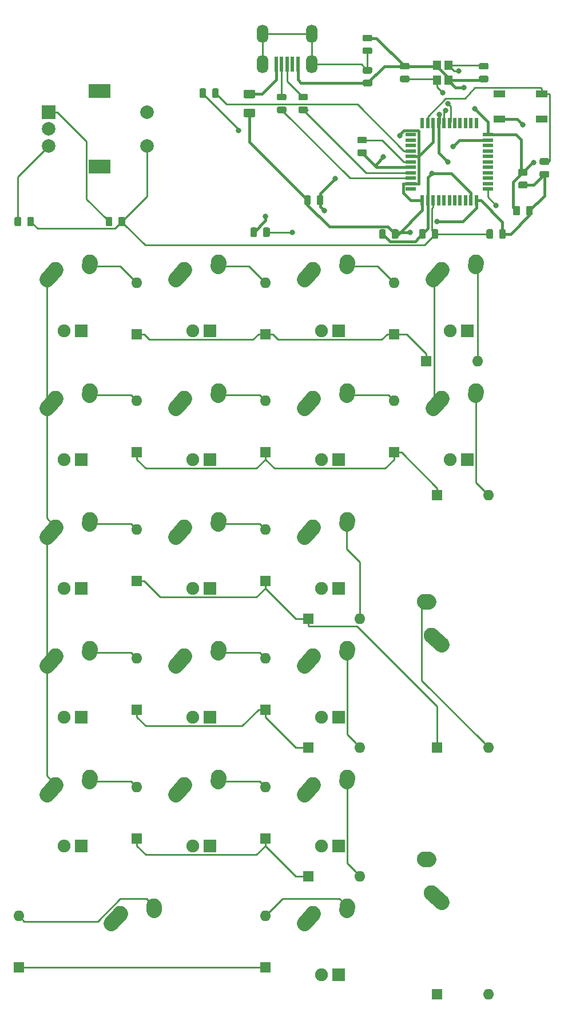
<source format=gbl>
G04 #@! TF.GenerationSoftware,KiCad,Pcbnew,5.1.5-52549c5~84~ubuntu18.04.1*
G04 #@! TF.CreationDate,2020-02-13T16:35:18-05:00*
G04 #@! TF.ProjectId,metropolislefty,6d657472-6f70-46f6-9c69-736c65667479,0*
G04 #@! TF.SameCoordinates,Original*
G04 #@! TF.FileFunction,Copper,L2,Bot*
G04 #@! TF.FilePolarity,Positive*
%FSLAX46Y46*%
G04 Gerber Fmt 4.6, Leading zero omitted, Abs format (unit mm)*
G04 Created by KiCad (PCBNEW 5.1.5-52549c5~84~ubuntu18.04.1) date 2020-02-13 16:35:18*
%MOMM*%
%LPD*%
G04 APERTURE LIST*
%ADD10C,2.250000*%
%ADD11C,2.250000*%
%ADD12R,1.200000X1.400000*%
%ADD13O,1.700000X2.700000*%
%ADD14R,0.500000X2.250000*%
%ADD15R,0.550000X1.500000*%
%ADD16R,1.500000X0.550000*%
%ADD17R,2.000000X2.000000*%
%ADD18C,2.000000*%
%ADD19R,3.200000X2.000000*%
%ADD20R,1.800000X1.100000*%
%ADD21C,0.100000*%
%ADD22C,1.905000*%
%ADD23R,1.905000X1.905000*%
%ADD24R,1.600000X1.600000*%
%ADD25O,1.600000X1.600000*%
%ADD26C,0.800000*%
%ADD27C,0.381000*%
%ADD28C,0.254000*%
G04 APERTURE END LIST*
D10*
X71477500Y-168561250D03*
D11*
X70167500Y-170021250D02*
X71477502Y-168561250D01*
D10*
X76517500Y-167481250D03*
D11*
X76477500Y-168061250D02*
X76517500Y-167481250D01*
D10*
X117602500Y-165536250D03*
D11*
X119062500Y-166846250D02*
X117602500Y-165536248D01*
D10*
X116522500Y-160496250D03*
D11*
X117102500Y-160536250D02*
X116522500Y-160496250D01*
D10*
X117602500Y-127436250D03*
D11*
X119062500Y-128746250D02*
X117602500Y-127436248D01*
D10*
X116522500Y-122396250D03*
D11*
X117102500Y-122436250D02*
X116522500Y-122396250D01*
D12*
X120071250Y-45264250D03*
X120071250Y-43064250D03*
X118371250Y-43064250D03*
X118371250Y-45264250D03*
D13*
X92552500Y-38417500D03*
X99852500Y-38417500D03*
X99852500Y-42917500D03*
X92552500Y-42917500D03*
D14*
X94602500Y-42917500D03*
X95402500Y-42917500D03*
X96202500Y-42917500D03*
X97002500Y-42917500D03*
X97802500Y-42917500D03*
D15*
X116237250Y-63072250D03*
X117037250Y-63072250D03*
X117837250Y-63072250D03*
X118637250Y-63072250D03*
X119437250Y-63072250D03*
X120237250Y-63072250D03*
X121037250Y-63072250D03*
X121837250Y-63072250D03*
X122637250Y-63072250D03*
X123437250Y-63072250D03*
X124237250Y-63072250D03*
D16*
X125937250Y-61372250D03*
X125937250Y-60572250D03*
X125937250Y-59772250D03*
X125937250Y-58972250D03*
X125937250Y-58172250D03*
X125937250Y-57372250D03*
X125937250Y-56572250D03*
X125937250Y-55772250D03*
X125937250Y-54972250D03*
X125937250Y-54172250D03*
X125937250Y-53372250D03*
D15*
X124237250Y-51672250D03*
X123437250Y-51672250D03*
X122637250Y-51672250D03*
X121837250Y-51672250D03*
X121037250Y-51672250D03*
X120237250Y-51672250D03*
X119437250Y-51672250D03*
X118637250Y-51672250D03*
X117837250Y-51672250D03*
X117037250Y-51672250D03*
X116237250Y-51672250D03*
D16*
X114537250Y-53372250D03*
X114537250Y-54172250D03*
X114537250Y-54972250D03*
X114537250Y-55772250D03*
X114537250Y-56572250D03*
X114537250Y-57372250D03*
X114537250Y-58172250D03*
X114537250Y-58972250D03*
X114537250Y-59772250D03*
X114537250Y-60572250D03*
X114537250Y-61372250D03*
D17*
X60960000Y-50006250D03*
D18*
X60960000Y-52506250D03*
X60960000Y-55006250D03*
D19*
X68460000Y-46906250D03*
X68460000Y-58106250D03*
D18*
X75460000Y-50006250D03*
X75460000Y-55006250D03*
D20*
X133878250Y-51030750D03*
X127678250Y-47330750D03*
X133878250Y-47330750D03*
X127678250Y-51030750D03*
G04 #@! TA.AperFunction,SMDPad,CuDef*
D21*
G36*
X128363892Y-67341424D02*
G01*
X128387553Y-67344934D01*
X128410757Y-67350746D01*
X128433279Y-67358804D01*
X128454903Y-67369032D01*
X128475420Y-67381329D01*
X128494633Y-67395579D01*
X128512357Y-67411643D01*
X128528421Y-67429367D01*
X128542671Y-67448580D01*
X128554968Y-67469097D01*
X128565196Y-67490721D01*
X128573254Y-67513243D01*
X128579066Y-67536447D01*
X128582576Y-67560108D01*
X128583750Y-67584000D01*
X128583750Y-68496500D01*
X128582576Y-68520392D01*
X128579066Y-68544053D01*
X128573254Y-68567257D01*
X128565196Y-68589779D01*
X128554968Y-68611403D01*
X128542671Y-68631920D01*
X128528421Y-68651133D01*
X128512357Y-68668857D01*
X128494633Y-68684921D01*
X128475420Y-68699171D01*
X128454903Y-68711468D01*
X128433279Y-68721696D01*
X128410757Y-68729754D01*
X128387553Y-68735566D01*
X128363892Y-68739076D01*
X128340000Y-68740250D01*
X127852500Y-68740250D01*
X127828608Y-68739076D01*
X127804947Y-68735566D01*
X127781743Y-68729754D01*
X127759221Y-68721696D01*
X127737597Y-68711468D01*
X127717080Y-68699171D01*
X127697867Y-68684921D01*
X127680143Y-68668857D01*
X127664079Y-68651133D01*
X127649829Y-68631920D01*
X127637532Y-68611403D01*
X127627304Y-68589779D01*
X127619246Y-68567257D01*
X127613434Y-68544053D01*
X127609924Y-68520392D01*
X127608750Y-68496500D01*
X127608750Y-67584000D01*
X127609924Y-67560108D01*
X127613434Y-67536447D01*
X127619246Y-67513243D01*
X127627304Y-67490721D01*
X127637532Y-67469097D01*
X127649829Y-67448580D01*
X127664079Y-67429367D01*
X127680143Y-67411643D01*
X127697867Y-67395579D01*
X127717080Y-67381329D01*
X127737597Y-67369032D01*
X127759221Y-67358804D01*
X127781743Y-67350746D01*
X127804947Y-67344934D01*
X127828608Y-67341424D01*
X127852500Y-67340250D01*
X128340000Y-67340250D01*
X128363892Y-67341424D01*
G37*
G04 #@! TD.AperFunction*
G04 #@! TA.AperFunction,SMDPad,CuDef*
G36*
X126488892Y-67341424D02*
G01*
X126512553Y-67344934D01*
X126535757Y-67350746D01*
X126558279Y-67358804D01*
X126579903Y-67369032D01*
X126600420Y-67381329D01*
X126619633Y-67395579D01*
X126637357Y-67411643D01*
X126653421Y-67429367D01*
X126667671Y-67448580D01*
X126679968Y-67469097D01*
X126690196Y-67490721D01*
X126698254Y-67513243D01*
X126704066Y-67536447D01*
X126707576Y-67560108D01*
X126708750Y-67584000D01*
X126708750Y-68496500D01*
X126707576Y-68520392D01*
X126704066Y-68544053D01*
X126698254Y-68567257D01*
X126690196Y-68589779D01*
X126679968Y-68611403D01*
X126667671Y-68631920D01*
X126653421Y-68651133D01*
X126637357Y-68668857D01*
X126619633Y-68684921D01*
X126600420Y-68699171D01*
X126579903Y-68711468D01*
X126558279Y-68721696D01*
X126535757Y-68729754D01*
X126512553Y-68735566D01*
X126488892Y-68739076D01*
X126465000Y-68740250D01*
X125977500Y-68740250D01*
X125953608Y-68739076D01*
X125929947Y-68735566D01*
X125906743Y-68729754D01*
X125884221Y-68721696D01*
X125862597Y-68711468D01*
X125842080Y-68699171D01*
X125822867Y-68684921D01*
X125805143Y-68668857D01*
X125789079Y-68651133D01*
X125774829Y-68631920D01*
X125762532Y-68611403D01*
X125752304Y-68589779D01*
X125744246Y-68567257D01*
X125738434Y-68544053D01*
X125734924Y-68520392D01*
X125733750Y-68496500D01*
X125733750Y-67584000D01*
X125734924Y-67560108D01*
X125738434Y-67536447D01*
X125744246Y-67513243D01*
X125752304Y-67490721D01*
X125762532Y-67469097D01*
X125774829Y-67448580D01*
X125789079Y-67429367D01*
X125805143Y-67411643D01*
X125822867Y-67395579D01*
X125842080Y-67381329D01*
X125862597Y-67369032D01*
X125884221Y-67358804D01*
X125906743Y-67350746D01*
X125929947Y-67344934D01*
X125953608Y-67341424D01*
X125977500Y-67340250D01*
X126465000Y-67340250D01*
X126488892Y-67341424D01*
G37*
G04 #@! TD.AperFunction*
G04 #@! TA.AperFunction,SMDPad,CuDef*
G36*
X72007642Y-65499924D02*
G01*
X72031303Y-65503434D01*
X72054507Y-65509246D01*
X72077029Y-65517304D01*
X72098653Y-65527532D01*
X72119170Y-65539829D01*
X72138383Y-65554079D01*
X72156107Y-65570143D01*
X72172171Y-65587867D01*
X72186421Y-65607080D01*
X72198718Y-65627597D01*
X72208946Y-65649221D01*
X72217004Y-65671743D01*
X72222816Y-65694947D01*
X72226326Y-65718608D01*
X72227500Y-65742500D01*
X72227500Y-66655000D01*
X72226326Y-66678892D01*
X72222816Y-66702553D01*
X72217004Y-66725757D01*
X72208946Y-66748279D01*
X72198718Y-66769903D01*
X72186421Y-66790420D01*
X72172171Y-66809633D01*
X72156107Y-66827357D01*
X72138383Y-66843421D01*
X72119170Y-66857671D01*
X72098653Y-66869968D01*
X72077029Y-66880196D01*
X72054507Y-66888254D01*
X72031303Y-66894066D01*
X72007642Y-66897576D01*
X71983750Y-66898750D01*
X71496250Y-66898750D01*
X71472358Y-66897576D01*
X71448697Y-66894066D01*
X71425493Y-66888254D01*
X71402971Y-66880196D01*
X71381347Y-66869968D01*
X71360830Y-66857671D01*
X71341617Y-66843421D01*
X71323893Y-66827357D01*
X71307829Y-66809633D01*
X71293579Y-66790420D01*
X71281282Y-66769903D01*
X71271054Y-66748279D01*
X71262996Y-66725757D01*
X71257184Y-66702553D01*
X71253674Y-66678892D01*
X71252500Y-66655000D01*
X71252500Y-65742500D01*
X71253674Y-65718608D01*
X71257184Y-65694947D01*
X71262996Y-65671743D01*
X71271054Y-65649221D01*
X71281282Y-65627597D01*
X71293579Y-65607080D01*
X71307829Y-65587867D01*
X71323893Y-65570143D01*
X71341617Y-65554079D01*
X71360830Y-65539829D01*
X71381347Y-65527532D01*
X71402971Y-65517304D01*
X71425493Y-65509246D01*
X71448697Y-65503434D01*
X71472358Y-65499924D01*
X71496250Y-65498750D01*
X71983750Y-65498750D01*
X72007642Y-65499924D01*
G37*
G04 #@! TD.AperFunction*
G04 #@! TA.AperFunction,SMDPad,CuDef*
G36*
X70132642Y-65499924D02*
G01*
X70156303Y-65503434D01*
X70179507Y-65509246D01*
X70202029Y-65517304D01*
X70223653Y-65527532D01*
X70244170Y-65539829D01*
X70263383Y-65554079D01*
X70281107Y-65570143D01*
X70297171Y-65587867D01*
X70311421Y-65607080D01*
X70323718Y-65627597D01*
X70333946Y-65649221D01*
X70342004Y-65671743D01*
X70347816Y-65694947D01*
X70351326Y-65718608D01*
X70352500Y-65742500D01*
X70352500Y-66655000D01*
X70351326Y-66678892D01*
X70347816Y-66702553D01*
X70342004Y-66725757D01*
X70333946Y-66748279D01*
X70323718Y-66769903D01*
X70311421Y-66790420D01*
X70297171Y-66809633D01*
X70281107Y-66827357D01*
X70263383Y-66843421D01*
X70244170Y-66857671D01*
X70223653Y-66869968D01*
X70202029Y-66880196D01*
X70179507Y-66888254D01*
X70156303Y-66894066D01*
X70132642Y-66897576D01*
X70108750Y-66898750D01*
X69621250Y-66898750D01*
X69597358Y-66897576D01*
X69573697Y-66894066D01*
X69550493Y-66888254D01*
X69527971Y-66880196D01*
X69506347Y-66869968D01*
X69485830Y-66857671D01*
X69466617Y-66843421D01*
X69448893Y-66827357D01*
X69432829Y-66809633D01*
X69418579Y-66790420D01*
X69406282Y-66769903D01*
X69396054Y-66748279D01*
X69387996Y-66725757D01*
X69382184Y-66702553D01*
X69378674Y-66678892D01*
X69377500Y-66655000D01*
X69377500Y-65742500D01*
X69378674Y-65718608D01*
X69382184Y-65694947D01*
X69387996Y-65671743D01*
X69396054Y-65649221D01*
X69406282Y-65627597D01*
X69418579Y-65607080D01*
X69432829Y-65587867D01*
X69448893Y-65570143D01*
X69466617Y-65554079D01*
X69485830Y-65539829D01*
X69506347Y-65527532D01*
X69527971Y-65517304D01*
X69550493Y-65509246D01*
X69573697Y-65503434D01*
X69597358Y-65499924D01*
X69621250Y-65498750D01*
X70108750Y-65498750D01*
X70132642Y-65499924D01*
G37*
G04 #@! TD.AperFunction*
G04 #@! TA.AperFunction,SMDPad,CuDef*
G36*
X58513892Y-65499924D02*
G01*
X58537553Y-65503434D01*
X58560757Y-65509246D01*
X58583279Y-65517304D01*
X58604903Y-65527532D01*
X58625420Y-65539829D01*
X58644633Y-65554079D01*
X58662357Y-65570143D01*
X58678421Y-65587867D01*
X58692671Y-65607080D01*
X58704968Y-65627597D01*
X58715196Y-65649221D01*
X58723254Y-65671743D01*
X58729066Y-65694947D01*
X58732576Y-65718608D01*
X58733750Y-65742500D01*
X58733750Y-66655000D01*
X58732576Y-66678892D01*
X58729066Y-66702553D01*
X58723254Y-66725757D01*
X58715196Y-66748279D01*
X58704968Y-66769903D01*
X58692671Y-66790420D01*
X58678421Y-66809633D01*
X58662357Y-66827357D01*
X58644633Y-66843421D01*
X58625420Y-66857671D01*
X58604903Y-66869968D01*
X58583279Y-66880196D01*
X58560757Y-66888254D01*
X58537553Y-66894066D01*
X58513892Y-66897576D01*
X58490000Y-66898750D01*
X58002500Y-66898750D01*
X57978608Y-66897576D01*
X57954947Y-66894066D01*
X57931743Y-66888254D01*
X57909221Y-66880196D01*
X57887597Y-66869968D01*
X57867080Y-66857671D01*
X57847867Y-66843421D01*
X57830143Y-66827357D01*
X57814079Y-66809633D01*
X57799829Y-66790420D01*
X57787532Y-66769903D01*
X57777304Y-66748279D01*
X57769246Y-66725757D01*
X57763434Y-66702553D01*
X57759924Y-66678892D01*
X57758750Y-66655000D01*
X57758750Y-65742500D01*
X57759924Y-65718608D01*
X57763434Y-65694947D01*
X57769246Y-65671743D01*
X57777304Y-65649221D01*
X57787532Y-65627597D01*
X57799829Y-65607080D01*
X57814079Y-65587867D01*
X57830143Y-65570143D01*
X57847867Y-65554079D01*
X57867080Y-65539829D01*
X57887597Y-65527532D01*
X57909221Y-65517304D01*
X57931743Y-65509246D01*
X57954947Y-65503434D01*
X57978608Y-65499924D01*
X58002500Y-65498750D01*
X58490000Y-65498750D01*
X58513892Y-65499924D01*
G37*
G04 #@! TD.AperFunction*
G04 #@! TA.AperFunction,SMDPad,CuDef*
G36*
X56638892Y-65499924D02*
G01*
X56662553Y-65503434D01*
X56685757Y-65509246D01*
X56708279Y-65517304D01*
X56729903Y-65527532D01*
X56750420Y-65539829D01*
X56769633Y-65554079D01*
X56787357Y-65570143D01*
X56803421Y-65587867D01*
X56817671Y-65607080D01*
X56829968Y-65627597D01*
X56840196Y-65649221D01*
X56848254Y-65671743D01*
X56854066Y-65694947D01*
X56857576Y-65718608D01*
X56858750Y-65742500D01*
X56858750Y-66655000D01*
X56857576Y-66678892D01*
X56854066Y-66702553D01*
X56848254Y-66725757D01*
X56840196Y-66748279D01*
X56829968Y-66769903D01*
X56817671Y-66790420D01*
X56803421Y-66809633D01*
X56787357Y-66827357D01*
X56769633Y-66843421D01*
X56750420Y-66857671D01*
X56729903Y-66869968D01*
X56708279Y-66880196D01*
X56685757Y-66888254D01*
X56662553Y-66894066D01*
X56638892Y-66897576D01*
X56615000Y-66898750D01*
X56127500Y-66898750D01*
X56103608Y-66897576D01*
X56079947Y-66894066D01*
X56056743Y-66888254D01*
X56034221Y-66880196D01*
X56012597Y-66869968D01*
X55992080Y-66857671D01*
X55972867Y-66843421D01*
X55955143Y-66827357D01*
X55939079Y-66809633D01*
X55924829Y-66790420D01*
X55912532Y-66769903D01*
X55902304Y-66748279D01*
X55894246Y-66725757D01*
X55888434Y-66702553D01*
X55884924Y-66678892D01*
X55883750Y-66655000D01*
X55883750Y-65742500D01*
X55884924Y-65718608D01*
X55888434Y-65694947D01*
X55894246Y-65671743D01*
X55902304Y-65649221D01*
X55912532Y-65627597D01*
X55924829Y-65607080D01*
X55939079Y-65587867D01*
X55955143Y-65570143D01*
X55972867Y-65554079D01*
X55992080Y-65539829D01*
X56012597Y-65527532D01*
X56034221Y-65517304D01*
X56056743Y-65509246D01*
X56079947Y-65503434D01*
X56103608Y-65499924D01*
X56127500Y-65498750D01*
X56615000Y-65498750D01*
X56638892Y-65499924D01*
G37*
G04 #@! TD.AperFunction*
G04 #@! TA.AperFunction,SMDPad,CuDef*
G36*
X85882392Y-46513424D02*
G01*
X85906053Y-46516934D01*
X85929257Y-46522746D01*
X85951779Y-46530804D01*
X85973403Y-46541032D01*
X85993920Y-46553329D01*
X86013133Y-46567579D01*
X86030857Y-46583643D01*
X86046921Y-46601367D01*
X86061171Y-46620580D01*
X86073468Y-46641097D01*
X86083696Y-46662721D01*
X86091754Y-46685243D01*
X86097566Y-46708447D01*
X86101076Y-46732108D01*
X86102250Y-46756000D01*
X86102250Y-47668500D01*
X86101076Y-47692392D01*
X86097566Y-47716053D01*
X86091754Y-47739257D01*
X86083696Y-47761779D01*
X86073468Y-47783403D01*
X86061171Y-47803920D01*
X86046921Y-47823133D01*
X86030857Y-47840857D01*
X86013133Y-47856921D01*
X85993920Y-47871171D01*
X85973403Y-47883468D01*
X85951779Y-47893696D01*
X85929257Y-47901754D01*
X85906053Y-47907566D01*
X85882392Y-47911076D01*
X85858500Y-47912250D01*
X85371000Y-47912250D01*
X85347108Y-47911076D01*
X85323447Y-47907566D01*
X85300243Y-47901754D01*
X85277721Y-47893696D01*
X85256097Y-47883468D01*
X85235580Y-47871171D01*
X85216367Y-47856921D01*
X85198643Y-47840857D01*
X85182579Y-47823133D01*
X85168329Y-47803920D01*
X85156032Y-47783403D01*
X85145804Y-47761779D01*
X85137746Y-47739257D01*
X85131934Y-47716053D01*
X85128424Y-47692392D01*
X85127250Y-47668500D01*
X85127250Y-46756000D01*
X85128424Y-46732108D01*
X85131934Y-46708447D01*
X85137746Y-46685243D01*
X85145804Y-46662721D01*
X85156032Y-46641097D01*
X85168329Y-46620580D01*
X85182579Y-46601367D01*
X85198643Y-46583643D01*
X85216367Y-46567579D01*
X85235580Y-46553329D01*
X85256097Y-46541032D01*
X85277721Y-46530804D01*
X85300243Y-46522746D01*
X85323447Y-46516934D01*
X85347108Y-46513424D01*
X85371000Y-46512250D01*
X85858500Y-46512250D01*
X85882392Y-46513424D01*
G37*
G04 #@! TD.AperFunction*
G04 #@! TA.AperFunction,SMDPad,CuDef*
G36*
X84007392Y-46513424D02*
G01*
X84031053Y-46516934D01*
X84054257Y-46522746D01*
X84076779Y-46530804D01*
X84098403Y-46541032D01*
X84118920Y-46553329D01*
X84138133Y-46567579D01*
X84155857Y-46583643D01*
X84171921Y-46601367D01*
X84186171Y-46620580D01*
X84198468Y-46641097D01*
X84208696Y-46662721D01*
X84216754Y-46685243D01*
X84222566Y-46708447D01*
X84226076Y-46732108D01*
X84227250Y-46756000D01*
X84227250Y-47668500D01*
X84226076Y-47692392D01*
X84222566Y-47716053D01*
X84216754Y-47739257D01*
X84208696Y-47761779D01*
X84198468Y-47783403D01*
X84186171Y-47803920D01*
X84171921Y-47823133D01*
X84155857Y-47840857D01*
X84138133Y-47856921D01*
X84118920Y-47871171D01*
X84098403Y-47883468D01*
X84076779Y-47893696D01*
X84054257Y-47901754D01*
X84031053Y-47907566D01*
X84007392Y-47911076D01*
X83983500Y-47912250D01*
X83496000Y-47912250D01*
X83472108Y-47911076D01*
X83448447Y-47907566D01*
X83425243Y-47901754D01*
X83402721Y-47893696D01*
X83381097Y-47883468D01*
X83360580Y-47871171D01*
X83341367Y-47856921D01*
X83323643Y-47840857D01*
X83307579Y-47823133D01*
X83293329Y-47803920D01*
X83281032Y-47783403D01*
X83270804Y-47761779D01*
X83262746Y-47739257D01*
X83256934Y-47716053D01*
X83253424Y-47692392D01*
X83252250Y-47668500D01*
X83252250Y-46756000D01*
X83253424Y-46732108D01*
X83256934Y-46708447D01*
X83262746Y-46685243D01*
X83270804Y-46662721D01*
X83281032Y-46641097D01*
X83293329Y-46620580D01*
X83307579Y-46601367D01*
X83323643Y-46583643D01*
X83341367Y-46567579D01*
X83360580Y-46553329D01*
X83381097Y-46541032D01*
X83402721Y-46530804D01*
X83425243Y-46522746D01*
X83448447Y-46516934D01*
X83472108Y-46513424D01*
X83496000Y-46512250D01*
X83983500Y-46512250D01*
X84007392Y-46513424D01*
G37*
G04 #@! TD.AperFunction*
G04 #@! TA.AperFunction,SMDPad,CuDef*
G36*
X93438892Y-67087424D02*
G01*
X93462553Y-67090934D01*
X93485757Y-67096746D01*
X93508279Y-67104804D01*
X93529903Y-67115032D01*
X93550420Y-67127329D01*
X93569633Y-67141579D01*
X93587357Y-67157643D01*
X93603421Y-67175367D01*
X93617671Y-67194580D01*
X93629968Y-67215097D01*
X93640196Y-67236721D01*
X93648254Y-67259243D01*
X93654066Y-67282447D01*
X93657576Y-67306108D01*
X93658750Y-67330000D01*
X93658750Y-68242500D01*
X93657576Y-68266392D01*
X93654066Y-68290053D01*
X93648254Y-68313257D01*
X93640196Y-68335779D01*
X93629968Y-68357403D01*
X93617671Y-68377920D01*
X93603421Y-68397133D01*
X93587357Y-68414857D01*
X93569633Y-68430921D01*
X93550420Y-68445171D01*
X93529903Y-68457468D01*
X93508279Y-68467696D01*
X93485757Y-68475754D01*
X93462553Y-68481566D01*
X93438892Y-68485076D01*
X93415000Y-68486250D01*
X92927500Y-68486250D01*
X92903608Y-68485076D01*
X92879947Y-68481566D01*
X92856743Y-68475754D01*
X92834221Y-68467696D01*
X92812597Y-68457468D01*
X92792080Y-68445171D01*
X92772867Y-68430921D01*
X92755143Y-68414857D01*
X92739079Y-68397133D01*
X92724829Y-68377920D01*
X92712532Y-68357403D01*
X92702304Y-68335779D01*
X92694246Y-68313257D01*
X92688434Y-68290053D01*
X92684924Y-68266392D01*
X92683750Y-68242500D01*
X92683750Y-67330000D01*
X92684924Y-67306108D01*
X92688434Y-67282447D01*
X92694246Y-67259243D01*
X92702304Y-67236721D01*
X92712532Y-67215097D01*
X92724829Y-67194580D01*
X92739079Y-67175367D01*
X92755143Y-67157643D01*
X92772867Y-67141579D01*
X92792080Y-67127329D01*
X92812597Y-67115032D01*
X92834221Y-67104804D01*
X92856743Y-67096746D01*
X92879947Y-67090934D01*
X92903608Y-67087424D01*
X92927500Y-67086250D01*
X93415000Y-67086250D01*
X93438892Y-67087424D01*
G37*
G04 #@! TD.AperFunction*
G04 #@! TA.AperFunction,SMDPad,CuDef*
G36*
X91563892Y-67087424D02*
G01*
X91587553Y-67090934D01*
X91610757Y-67096746D01*
X91633279Y-67104804D01*
X91654903Y-67115032D01*
X91675420Y-67127329D01*
X91694633Y-67141579D01*
X91712357Y-67157643D01*
X91728421Y-67175367D01*
X91742671Y-67194580D01*
X91754968Y-67215097D01*
X91765196Y-67236721D01*
X91773254Y-67259243D01*
X91779066Y-67282447D01*
X91782576Y-67306108D01*
X91783750Y-67330000D01*
X91783750Y-68242500D01*
X91782576Y-68266392D01*
X91779066Y-68290053D01*
X91773254Y-68313257D01*
X91765196Y-68335779D01*
X91754968Y-68357403D01*
X91742671Y-68377920D01*
X91728421Y-68397133D01*
X91712357Y-68414857D01*
X91694633Y-68430921D01*
X91675420Y-68445171D01*
X91654903Y-68457468D01*
X91633279Y-68467696D01*
X91610757Y-68475754D01*
X91587553Y-68481566D01*
X91563892Y-68485076D01*
X91540000Y-68486250D01*
X91052500Y-68486250D01*
X91028608Y-68485076D01*
X91004947Y-68481566D01*
X90981743Y-68475754D01*
X90959221Y-68467696D01*
X90937597Y-68457468D01*
X90917080Y-68445171D01*
X90897867Y-68430921D01*
X90880143Y-68414857D01*
X90864079Y-68397133D01*
X90849829Y-68377920D01*
X90837532Y-68357403D01*
X90827304Y-68335779D01*
X90819246Y-68313257D01*
X90813434Y-68290053D01*
X90809924Y-68266392D01*
X90808750Y-68242500D01*
X90808750Y-67330000D01*
X90809924Y-67306108D01*
X90813434Y-67282447D01*
X90819246Y-67259243D01*
X90827304Y-67236721D01*
X90837532Y-67215097D01*
X90849829Y-67194580D01*
X90864079Y-67175367D01*
X90880143Y-67157643D01*
X90897867Y-67141579D01*
X90917080Y-67127329D01*
X90937597Y-67115032D01*
X90959221Y-67104804D01*
X90981743Y-67096746D01*
X91004947Y-67090934D01*
X91028608Y-67087424D01*
X91052500Y-67086250D01*
X91540000Y-67086250D01*
X91563892Y-67087424D01*
G37*
G04 #@! TD.AperFunction*
G04 #@! TA.AperFunction,SMDPad,CuDef*
G36*
X134782642Y-58712424D02*
G01*
X134806303Y-58715934D01*
X134829507Y-58721746D01*
X134852029Y-58729804D01*
X134873653Y-58740032D01*
X134894170Y-58752329D01*
X134913383Y-58766579D01*
X134931107Y-58782643D01*
X134947171Y-58800367D01*
X134961421Y-58819580D01*
X134973718Y-58840097D01*
X134983946Y-58861721D01*
X134992004Y-58884243D01*
X134997816Y-58907447D01*
X135001326Y-58931108D01*
X135002500Y-58955000D01*
X135002500Y-59442500D01*
X135001326Y-59466392D01*
X134997816Y-59490053D01*
X134992004Y-59513257D01*
X134983946Y-59535779D01*
X134973718Y-59557403D01*
X134961421Y-59577920D01*
X134947171Y-59597133D01*
X134931107Y-59614857D01*
X134913383Y-59630921D01*
X134894170Y-59645171D01*
X134873653Y-59657468D01*
X134852029Y-59667696D01*
X134829507Y-59675754D01*
X134806303Y-59681566D01*
X134782642Y-59685076D01*
X134758750Y-59686250D01*
X133846250Y-59686250D01*
X133822358Y-59685076D01*
X133798697Y-59681566D01*
X133775493Y-59675754D01*
X133752971Y-59667696D01*
X133731347Y-59657468D01*
X133710830Y-59645171D01*
X133691617Y-59630921D01*
X133673893Y-59614857D01*
X133657829Y-59597133D01*
X133643579Y-59577920D01*
X133631282Y-59557403D01*
X133621054Y-59535779D01*
X133612996Y-59513257D01*
X133607184Y-59490053D01*
X133603674Y-59466392D01*
X133602500Y-59442500D01*
X133602500Y-58955000D01*
X133603674Y-58931108D01*
X133607184Y-58907447D01*
X133612996Y-58884243D01*
X133621054Y-58861721D01*
X133631282Y-58840097D01*
X133643579Y-58819580D01*
X133657829Y-58800367D01*
X133673893Y-58782643D01*
X133691617Y-58766579D01*
X133710830Y-58752329D01*
X133731347Y-58740032D01*
X133752971Y-58729804D01*
X133775493Y-58721746D01*
X133798697Y-58715934D01*
X133822358Y-58712424D01*
X133846250Y-58711250D01*
X134758750Y-58711250D01*
X134782642Y-58712424D01*
G37*
G04 #@! TD.AperFunction*
G04 #@! TA.AperFunction,SMDPad,CuDef*
G36*
X134782642Y-56837424D02*
G01*
X134806303Y-56840934D01*
X134829507Y-56846746D01*
X134852029Y-56854804D01*
X134873653Y-56865032D01*
X134894170Y-56877329D01*
X134913383Y-56891579D01*
X134931107Y-56907643D01*
X134947171Y-56925367D01*
X134961421Y-56944580D01*
X134973718Y-56965097D01*
X134983946Y-56986721D01*
X134992004Y-57009243D01*
X134997816Y-57032447D01*
X135001326Y-57056108D01*
X135002500Y-57080000D01*
X135002500Y-57567500D01*
X135001326Y-57591392D01*
X134997816Y-57615053D01*
X134992004Y-57638257D01*
X134983946Y-57660779D01*
X134973718Y-57682403D01*
X134961421Y-57702920D01*
X134947171Y-57722133D01*
X134931107Y-57739857D01*
X134913383Y-57755921D01*
X134894170Y-57770171D01*
X134873653Y-57782468D01*
X134852029Y-57792696D01*
X134829507Y-57800754D01*
X134806303Y-57806566D01*
X134782642Y-57810076D01*
X134758750Y-57811250D01*
X133846250Y-57811250D01*
X133822358Y-57810076D01*
X133798697Y-57806566D01*
X133775493Y-57800754D01*
X133752971Y-57792696D01*
X133731347Y-57782468D01*
X133710830Y-57770171D01*
X133691617Y-57755921D01*
X133673893Y-57739857D01*
X133657829Y-57722133D01*
X133643579Y-57702920D01*
X133631282Y-57682403D01*
X133621054Y-57660779D01*
X133612996Y-57638257D01*
X133607184Y-57615053D01*
X133603674Y-57591392D01*
X133602500Y-57567500D01*
X133602500Y-57080000D01*
X133603674Y-57056108D01*
X133607184Y-57032447D01*
X133612996Y-57009243D01*
X133621054Y-56986721D01*
X133631282Y-56965097D01*
X133643579Y-56944580D01*
X133657829Y-56925367D01*
X133673893Y-56907643D01*
X133691617Y-56891579D01*
X133710830Y-56877329D01*
X133731347Y-56865032D01*
X133752971Y-56854804D01*
X133775493Y-56846746D01*
X133798697Y-56840934D01*
X133822358Y-56837424D01*
X133846250Y-56836250D01*
X134758750Y-56836250D01*
X134782642Y-56837424D01*
G37*
G04 #@! TD.AperFunction*
G04 #@! TA.AperFunction,SMDPad,CuDef*
G36*
X95888892Y-47312424D02*
G01*
X95912553Y-47315934D01*
X95935757Y-47321746D01*
X95958279Y-47329804D01*
X95979903Y-47340032D01*
X96000420Y-47352329D01*
X96019633Y-47366579D01*
X96037357Y-47382643D01*
X96053421Y-47400367D01*
X96067671Y-47419580D01*
X96079968Y-47440097D01*
X96090196Y-47461721D01*
X96098254Y-47484243D01*
X96104066Y-47507447D01*
X96107576Y-47531108D01*
X96108750Y-47555000D01*
X96108750Y-48042500D01*
X96107576Y-48066392D01*
X96104066Y-48090053D01*
X96098254Y-48113257D01*
X96090196Y-48135779D01*
X96079968Y-48157403D01*
X96067671Y-48177920D01*
X96053421Y-48197133D01*
X96037357Y-48214857D01*
X96019633Y-48230921D01*
X96000420Y-48245171D01*
X95979903Y-48257468D01*
X95958279Y-48267696D01*
X95935757Y-48275754D01*
X95912553Y-48281566D01*
X95888892Y-48285076D01*
X95865000Y-48286250D01*
X94952500Y-48286250D01*
X94928608Y-48285076D01*
X94904947Y-48281566D01*
X94881743Y-48275754D01*
X94859221Y-48267696D01*
X94837597Y-48257468D01*
X94817080Y-48245171D01*
X94797867Y-48230921D01*
X94780143Y-48214857D01*
X94764079Y-48197133D01*
X94749829Y-48177920D01*
X94737532Y-48157403D01*
X94727304Y-48135779D01*
X94719246Y-48113257D01*
X94713434Y-48090053D01*
X94709924Y-48066392D01*
X94708750Y-48042500D01*
X94708750Y-47555000D01*
X94709924Y-47531108D01*
X94713434Y-47507447D01*
X94719246Y-47484243D01*
X94727304Y-47461721D01*
X94737532Y-47440097D01*
X94749829Y-47419580D01*
X94764079Y-47400367D01*
X94780143Y-47382643D01*
X94797867Y-47366579D01*
X94817080Y-47352329D01*
X94837597Y-47340032D01*
X94859221Y-47329804D01*
X94881743Y-47321746D01*
X94904947Y-47315934D01*
X94928608Y-47312424D01*
X94952500Y-47311250D01*
X95865000Y-47311250D01*
X95888892Y-47312424D01*
G37*
G04 #@! TD.AperFunction*
G04 #@! TA.AperFunction,SMDPad,CuDef*
G36*
X95888892Y-49187424D02*
G01*
X95912553Y-49190934D01*
X95935757Y-49196746D01*
X95958279Y-49204804D01*
X95979903Y-49215032D01*
X96000420Y-49227329D01*
X96019633Y-49241579D01*
X96037357Y-49257643D01*
X96053421Y-49275367D01*
X96067671Y-49294580D01*
X96079968Y-49315097D01*
X96090196Y-49336721D01*
X96098254Y-49359243D01*
X96104066Y-49382447D01*
X96107576Y-49406108D01*
X96108750Y-49430000D01*
X96108750Y-49917500D01*
X96107576Y-49941392D01*
X96104066Y-49965053D01*
X96098254Y-49988257D01*
X96090196Y-50010779D01*
X96079968Y-50032403D01*
X96067671Y-50052920D01*
X96053421Y-50072133D01*
X96037357Y-50089857D01*
X96019633Y-50105921D01*
X96000420Y-50120171D01*
X95979903Y-50132468D01*
X95958279Y-50142696D01*
X95935757Y-50150754D01*
X95912553Y-50156566D01*
X95888892Y-50160076D01*
X95865000Y-50161250D01*
X94952500Y-50161250D01*
X94928608Y-50160076D01*
X94904947Y-50156566D01*
X94881743Y-50150754D01*
X94859221Y-50142696D01*
X94837597Y-50132468D01*
X94817080Y-50120171D01*
X94797867Y-50105921D01*
X94780143Y-50089857D01*
X94764079Y-50072133D01*
X94749829Y-50052920D01*
X94737532Y-50032403D01*
X94727304Y-50010779D01*
X94719246Y-49988257D01*
X94713434Y-49965053D01*
X94709924Y-49941392D01*
X94708750Y-49917500D01*
X94708750Y-49430000D01*
X94709924Y-49406108D01*
X94713434Y-49382447D01*
X94719246Y-49359243D01*
X94727304Y-49336721D01*
X94737532Y-49315097D01*
X94749829Y-49294580D01*
X94764079Y-49275367D01*
X94780143Y-49257643D01*
X94797867Y-49241579D01*
X94817080Y-49227329D01*
X94837597Y-49215032D01*
X94859221Y-49204804D01*
X94881743Y-49196746D01*
X94904947Y-49190934D01*
X94928608Y-49187424D01*
X94952500Y-49186250D01*
X95865000Y-49186250D01*
X95888892Y-49187424D01*
G37*
G04 #@! TD.AperFunction*
G04 #@! TA.AperFunction,SMDPad,CuDef*
G36*
X99063892Y-47312424D02*
G01*
X99087553Y-47315934D01*
X99110757Y-47321746D01*
X99133279Y-47329804D01*
X99154903Y-47340032D01*
X99175420Y-47352329D01*
X99194633Y-47366579D01*
X99212357Y-47382643D01*
X99228421Y-47400367D01*
X99242671Y-47419580D01*
X99254968Y-47440097D01*
X99265196Y-47461721D01*
X99273254Y-47484243D01*
X99279066Y-47507447D01*
X99282576Y-47531108D01*
X99283750Y-47555000D01*
X99283750Y-48042500D01*
X99282576Y-48066392D01*
X99279066Y-48090053D01*
X99273254Y-48113257D01*
X99265196Y-48135779D01*
X99254968Y-48157403D01*
X99242671Y-48177920D01*
X99228421Y-48197133D01*
X99212357Y-48214857D01*
X99194633Y-48230921D01*
X99175420Y-48245171D01*
X99154903Y-48257468D01*
X99133279Y-48267696D01*
X99110757Y-48275754D01*
X99087553Y-48281566D01*
X99063892Y-48285076D01*
X99040000Y-48286250D01*
X98127500Y-48286250D01*
X98103608Y-48285076D01*
X98079947Y-48281566D01*
X98056743Y-48275754D01*
X98034221Y-48267696D01*
X98012597Y-48257468D01*
X97992080Y-48245171D01*
X97972867Y-48230921D01*
X97955143Y-48214857D01*
X97939079Y-48197133D01*
X97924829Y-48177920D01*
X97912532Y-48157403D01*
X97902304Y-48135779D01*
X97894246Y-48113257D01*
X97888434Y-48090053D01*
X97884924Y-48066392D01*
X97883750Y-48042500D01*
X97883750Y-47555000D01*
X97884924Y-47531108D01*
X97888434Y-47507447D01*
X97894246Y-47484243D01*
X97902304Y-47461721D01*
X97912532Y-47440097D01*
X97924829Y-47419580D01*
X97939079Y-47400367D01*
X97955143Y-47382643D01*
X97972867Y-47366579D01*
X97992080Y-47352329D01*
X98012597Y-47340032D01*
X98034221Y-47329804D01*
X98056743Y-47321746D01*
X98079947Y-47315934D01*
X98103608Y-47312424D01*
X98127500Y-47311250D01*
X99040000Y-47311250D01*
X99063892Y-47312424D01*
G37*
G04 #@! TD.AperFunction*
G04 #@! TA.AperFunction,SMDPad,CuDef*
G36*
X99063892Y-49187424D02*
G01*
X99087553Y-49190934D01*
X99110757Y-49196746D01*
X99133279Y-49204804D01*
X99154903Y-49215032D01*
X99175420Y-49227329D01*
X99194633Y-49241579D01*
X99212357Y-49257643D01*
X99228421Y-49275367D01*
X99242671Y-49294580D01*
X99254968Y-49315097D01*
X99265196Y-49336721D01*
X99273254Y-49359243D01*
X99279066Y-49382447D01*
X99282576Y-49406108D01*
X99283750Y-49430000D01*
X99283750Y-49917500D01*
X99282576Y-49941392D01*
X99279066Y-49965053D01*
X99273254Y-49988257D01*
X99265196Y-50010779D01*
X99254968Y-50032403D01*
X99242671Y-50052920D01*
X99228421Y-50072133D01*
X99212357Y-50089857D01*
X99194633Y-50105921D01*
X99175420Y-50120171D01*
X99154903Y-50132468D01*
X99133279Y-50142696D01*
X99110757Y-50150754D01*
X99087553Y-50156566D01*
X99063892Y-50160076D01*
X99040000Y-50161250D01*
X98127500Y-50161250D01*
X98103608Y-50160076D01*
X98079947Y-50156566D01*
X98056743Y-50150754D01*
X98034221Y-50142696D01*
X98012597Y-50132468D01*
X97992080Y-50120171D01*
X97972867Y-50105921D01*
X97955143Y-50089857D01*
X97939079Y-50072133D01*
X97924829Y-50052920D01*
X97912532Y-50032403D01*
X97902304Y-50010779D01*
X97894246Y-49988257D01*
X97888434Y-49965053D01*
X97884924Y-49941392D01*
X97883750Y-49917500D01*
X97883750Y-49430000D01*
X97884924Y-49406108D01*
X97888434Y-49382447D01*
X97894246Y-49359243D01*
X97902304Y-49336721D01*
X97912532Y-49315097D01*
X97924829Y-49294580D01*
X97939079Y-49275367D01*
X97955143Y-49257643D01*
X97972867Y-49241579D01*
X97992080Y-49227329D01*
X98012597Y-49215032D01*
X98034221Y-49204804D01*
X98056743Y-49196746D01*
X98079947Y-49190934D01*
X98103608Y-49187424D01*
X98127500Y-49186250D01*
X99040000Y-49186250D01*
X99063892Y-49187424D01*
G37*
G04 #@! TD.AperFunction*
G04 #@! TA.AperFunction,SMDPad,CuDef*
G36*
X108588892Y-38581174D02*
G01*
X108612553Y-38584684D01*
X108635757Y-38590496D01*
X108658279Y-38598554D01*
X108679903Y-38608782D01*
X108700420Y-38621079D01*
X108719633Y-38635329D01*
X108737357Y-38651393D01*
X108753421Y-38669117D01*
X108767671Y-38688330D01*
X108779968Y-38708847D01*
X108790196Y-38730471D01*
X108798254Y-38752993D01*
X108804066Y-38776197D01*
X108807576Y-38799858D01*
X108808750Y-38823750D01*
X108808750Y-39311250D01*
X108807576Y-39335142D01*
X108804066Y-39358803D01*
X108798254Y-39382007D01*
X108790196Y-39404529D01*
X108779968Y-39426153D01*
X108767671Y-39446670D01*
X108753421Y-39465883D01*
X108737357Y-39483607D01*
X108719633Y-39499671D01*
X108700420Y-39513921D01*
X108679903Y-39526218D01*
X108658279Y-39536446D01*
X108635757Y-39544504D01*
X108612553Y-39550316D01*
X108588892Y-39553826D01*
X108565000Y-39555000D01*
X107652500Y-39555000D01*
X107628608Y-39553826D01*
X107604947Y-39550316D01*
X107581743Y-39544504D01*
X107559221Y-39536446D01*
X107537597Y-39526218D01*
X107517080Y-39513921D01*
X107497867Y-39499671D01*
X107480143Y-39483607D01*
X107464079Y-39465883D01*
X107449829Y-39446670D01*
X107437532Y-39426153D01*
X107427304Y-39404529D01*
X107419246Y-39382007D01*
X107413434Y-39358803D01*
X107409924Y-39335142D01*
X107408750Y-39311250D01*
X107408750Y-38823750D01*
X107409924Y-38799858D01*
X107413434Y-38776197D01*
X107419246Y-38752993D01*
X107427304Y-38730471D01*
X107437532Y-38708847D01*
X107449829Y-38688330D01*
X107464079Y-38669117D01*
X107480143Y-38651393D01*
X107497867Y-38635329D01*
X107517080Y-38621079D01*
X107537597Y-38608782D01*
X107559221Y-38598554D01*
X107581743Y-38590496D01*
X107604947Y-38584684D01*
X107628608Y-38581174D01*
X107652500Y-38580000D01*
X108565000Y-38580000D01*
X108588892Y-38581174D01*
G37*
G04 #@! TD.AperFunction*
G04 #@! TA.AperFunction,SMDPad,CuDef*
G36*
X108588892Y-40456174D02*
G01*
X108612553Y-40459684D01*
X108635757Y-40465496D01*
X108658279Y-40473554D01*
X108679903Y-40483782D01*
X108700420Y-40496079D01*
X108719633Y-40510329D01*
X108737357Y-40526393D01*
X108753421Y-40544117D01*
X108767671Y-40563330D01*
X108779968Y-40583847D01*
X108790196Y-40605471D01*
X108798254Y-40627993D01*
X108804066Y-40651197D01*
X108807576Y-40674858D01*
X108808750Y-40698750D01*
X108808750Y-41186250D01*
X108807576Y-41210142D01*
X108804066Y-41233803D01*
X108798254Y-41257007D01*
X108790196Y-41279529D01*
X108779968Y-41301153D01*
X108767671Y-41321670D01*
X108753421Y-41340883D01*
X108737357Y-41358607D01*
X108719633Y-41374671D01*
X108700420Y-41388921D01*
X108679903Y-41401218D01*
X108658279Y-41411446D01*
X108635757Y-41419504D01*
X108612553Y-41425316D01*
X108588892Y-41428826D01*
X108565000Y-41430000D01*
X107652500Y-41430000D01*
X107628608Y-41428826D01*
X107604947Y-41425316D01*
X107581743Y-41419504D01*
X107559221Y-41411446D01*
X107537597Y-41401218D01*
X107517080Y-41388921D01*
X107497867Y-41374671D01*
X107480143Y-41358607D01*
X107464079Y-41340883D01*
X107449829Y-41321670D01*
X107437532Y-41301153D01*
X107427304Y-41279529D01*
X107419246Y-41257007D01*
X107413434Y-41233803D01*
X107409924Y-41210142D01*
X107408750Y-41186250D01*
X107408750Y-40698750D01*
X107409924Y-40674858D01*
X107413434Y-40651197D01*
X107419246Y-40627993D01*
X107427304Y-40605471D01*
X107437532Y-40583847D01*
X107449829Y-40563330D01*
X107464079Y-40544117D01*
X107480143Y-40526393D01*
X107497867Y-40510329D01*
X107517080Y-40496079D01*
X107537597Y-40483782D01*
X107559221Y-40473554D01*
X107581743Y-40465496D01*
X107604947Y-40459684D01*
X107628608Y-40456174D01*
X107652500Y-40455000D01*
X108565000Y-40455000D01*
X108588892Y-40456174D01*
G37*
G04 #@! TD.AperFunction*
G04 #@! TA.AperFunction,SMDPad,CuDef*
G36*
X91295754Y-49512454D02*
G01*
X91320023Y-49516054D01*
X91343821Y-49522015D01*
X91366921Y-49530280D01*
X91389099Y-49540770D01*
X91410143Y-49553383D01*
X91429848Y-49567997D01*
X91448027Y-49584473D01*
X91464503Y-49602652D01*
X91479117Y-49622357D01*
X91491730Y-49643401D01*
X91502220Y-49665579D01*
X91510485Y-49688679D01*
X91516446Y-49712477D01*
X91520046Y-49736746D01*
X91521250Y-49761250D01*
X91521250Y-50511250D01*
X91520046Y-50535754D01*
X91516446Y-50560023D01*
X91510485Y-50583821D01*
X91502220Y-50606921D01*
X91491730Y-50629099D01*
X91479117Y-50650143D01*
X91464503Y-50669848D01*
X91448027Y-50688027D01*
X91429848Y-50704503D01*
X91410143Y-50719117D01*
X91389099Y-50731730D01*
X91366921Y-50742220D01*
X91343821Y-50750485D01*
X91320023Y-50756446D01*
X91295754Y-50760046D01*
X91271250Y-50761250D01*
X90021250Y-50761250D01*
X89996746Y-50760046D01*
X89972477Y-50756446D01*
X89948679Y-50750485D01*
X89925579Y-50742220D01*
X89903401Y-50731730D01*
X89882357Y-50719117D01*
X89862652Y-50704503D01*
X89844473Y-50688027D01*
X89827997Y-50669848D01*
X89813383Y-50650143D01*
X89800770Y-50629099D01*
X89790280Y-50606921D01*
X89782015Y-50583821D01*
X89776054Y-50560023D01*
X89772454Y-50535754D01*
X89771250Y-50511250D01*
X89771250Y-49761250D01*
X89772454Y-49736746D01*
X89776054Y-49712477D01*
X89782015Y-49688679D01*
X89790280Y-49665579D01*
X89800770Y-49643401D01*
X89813383Y-49622357D01*
X89827997Y-49602652D01*
X89844473Y-49584473D01*
X89862652Y-49567997D01*
X89882357Y-49553383D01*
X89903401Y-49540770D01*
X89925579Y-49530280D01*
X89948679Y-49522015D01*
X89972477Y-49516054D01*
X89996746Y-49512454D01*
X90021250Y-49511250D01*
X91271250Y-49511250D01*
X91295754Y-49512454D01*
G37*
G04 #@! TD.AperFunction*
G04 #@! TA.AperFunction,SMDPad,CuDef*
G36*
X91295754Y-46712454D02*
G01*
X91320023Y-46716054D01*
X91343821Y-46722015D01*
X91366921Y-46730280D01*
X91389099Y-46740770D01*
X91410143Y-46753383D01*
X91429848Y-46767997D01*
X91448027Y-46784473D01*
X91464503Y-46802652D01*
X91479117Y-46822357D01*
X91491730Y-46843401D01*
X91502220Y-46865579D01*
X91510485Y-46888679D01*
X91516446Y-46912477D01*
X91520046Y-46936746D01*
X91521250Y-46961250D01*
X91521250Y-47711250D01*
X91520046Y-47735754D01*
X91516446Y-47760023D01*
X91510485Y-47783821D01*
X91502220Y-47806921D01*
X91491730Y-47829099D01*
X91479117Y-47850143D01*
X91464503Y-47869848D01*
X91448027Y-47888027D01*
X91429848Y-47904503D01*
X91410143Y-47919117D01*
X91389099Y-47931730D01*
X91366921Y-47942220D01*
X91343821Y-47950485D01*
X91320023Y-47956446D01*
X91295754Y-47960046D01*
X91271250Y-47961250D01*
X90021250Y-47961250D01*
X89996746Y-47960046D01*
X89972477Y-47956446D01*
X89948679Y-47950485D01*
X89925579Y-47942220D01*
X89903401Y-47931730D01*
X89882357Y-47919117D01*
X89862652Y-47904503D01*
X89844473Y-47888027D01*
X89827997Y-47869848D01*
X89813383Y-47850143D01*
X89800770Y-47829099D01*
X89790280Y-47806921D01*
X89782015Y-47783821D01*
X89776054Y-47760023D01*
X89772454Y-47735754D01*
X89771250Y-47711250D01*
X89771250Y-46961250D01*
X89772454Y-46936746D01*
X89776054Y-46912477D01*
X89782015Y-46888679D01*
X89790280Y-46865579D01*
X89800770Y-46843401D01*
X89813383Y-46822357D01*
X89827997Y-46802652D01*
X89844473Y-46784473D01*
X89862652Y-46767997D01*
X89882357Y-46753383D01*
X89903401Y-46740770D01*
X89925579Y-46730280D01*
X89948679Y-46722015D01*
X89972477Y-46716054D01*
X89996746Y-46712454D01*
X90021250Y-46711250D01*
X91271250Y-46711250D01*
X91295754Y-46712454D01*
G37*
G04 #@! TD.AperFunction*
G04 #@! TA.AperFunction,SMDPad,CuDef*
G36*
X116519392Y-67341424D02*
G01*
X116543053Y-67344934D01*
X116566257Y-67350746D01*
X116588779Y-67358804D01*
X116610403Y-67369032D01*
X116630920Y-67381329D01*
X116650133Y-67395579D01*
X116667857Y-67411643D01*
X116683921Y-67429367D01*
X116698171Y-67448580D01*
X116710468Y-67469097D01*
X116720696Y-67490721D01*
X116728754Y-67513243D01*
X116734566Y-67536447D01*
X116738076Y-67560108D01*
X116739250Y-67584000D01*
X116739250Y-68496500D01*
X116738076Y-68520392D01*
X116734566Y-68544053D01*
X116728754Y-68567257D01*
X116720696Y-68589779D01*
X116710468Y-68611403D01*
X116698171Y-68631920D01*
X116683921Y-68651133D01*
X116667857Y-68668857D01*
X116650133Y-68684921D01*
X116630920Y-68699171D01*
X116610403Y-68711468D01*
X116588779Y-68721696D01*
X116566257Y-68729754D01*
X116543053Y-68735566D01*
X116519392Y-68739076D01*
X116495500Y-68740250D01*
X116008000Y-68740250D01*
X115984108Y-68739076D01*
X115960447Y-68735566D01*
X115937243Y-68729754D01*
X115914721Y-68721696D01*
X115893097Y-68711468D01*
X115872580Y-68699171D01*
X115853367Y-68684921D01*
X115835643Y-68668857D01*
X115819579Y-68651133D01*
X115805329Y-68631920D01*
X115793032Y-68611403D01*
X115782804Y-68589779D01*
X115774746Y-68567257D01*
X115768934Y-68544053D01*
X115765424Y-68520392D01*
X115764250Y-68496500D01*
X115764250Y-67584000D01*
X115765424Y-67560108D01*
X115768934Y-67536447D01*
X115774746Y-67513243D01*
X115782804Y-67490721D01*
X115793032Y-67469097D01*
X115805329Y-67448580D01*
X115819579Y-67429367D01*
X115835643Y-67411643D01*
X115853367Y-67395579D01*
X115872580Y-67381329D01*
X115893097Y-67369032D01*
X115914721Y-67358804D01*
X115937243Y-67350746D01*
X115960447Y-67344934D01*
X115984108Y-67341424D01*
X116008000Y-67340250D01*
X116495500Y-67340250D01*
X116519392Y-67341424D01*
G37*
G04 #@! TD.AperFunction*
G04 #@! TA.AperFunction,SMDPad,CuDef*
G36*
X118394392Y-67341424D02*
G01*
X118418053Y-67344934D01*
X118441257Y-67350746D01*
X118463779Y-67358804D01*
X118485403Y-67369032D01*
X118505920Y-67381329D01*
X118525133Y-67395579D01*
X118542857Y-67411643D01*
X118558921Y-67429367D01*
X118573171Y-67448580D01*
X118585468Y-67469097D01*
X118595696Y-67490721D01*
X118603754Y-67513243D01*
X118609566Y-67536447D01*
X118613076Y-67560108D01*
X118614250Y-67584000D01*
X118614250Y-68496500D01*
X118613076Y-68520392D01*
X118609566Y-68544053D01*
X118603754Y-68567257D01*
X118595696Y-68589779D01*
X118585468Y-68611403D01*
X118573171Y-68631920D01*
X118558921Y-68651133D01*
X118542857Y-68668857D01*
X118525133Y-68684921D01*
X118505920Y-68699171D01*
X118485403Y-68711468D01*
X118463779Y-68721696D01*
X118441257Y-68729754D01*
X118418053Y-68735566D01*
X118394392Y-68739076D01*
X118370500Y-68740250D01*
X117883000Y-68740250D01*
X117859108Y-68739076D01*
X117835447Y-68735566D01*
X117812243Y-68729754D01*
X117789721Y-68721696D01*
X117768097Y-68711468D01*
X117747580Y-68699171D01*
X117728367Y-68684921D01*
X117710643Y-68668857D01*
X117694579Y-68651133D01*
X117680329Y-68631920D01*
X117668032Y-68611403D01*
X117657804Y-68589779D01*
X117649746Y-68567257D01*
X117643934Y-68544053D01*
X117640424Y-68520392D01*
X117639250Y-68496500D01*
X117639250Y-67584000D01*
X117640424Y-67560108D01*
X117643934Y-67536447D01*
X117649746Y-67513243D01*
X117657804Y-67490721D01*
X117668032Y-67469097D01*
X117680329Y-67448580D01*
X117694579Y-67429367D01*
X117710643Y-67411643D01*
X117728367Y-67395579D01*
X117747580Y-67381329D01*
X117768097Y-67369032D01*
X117789721Y-67358804D01*
X117812243Y-67350746D01*
X117835447Y-67344934D01*
X117859108Y-67341424D01*
X117883000Y-67340250D01*
X118370500Y-67340250D01*
X118394392Y-67341424D01*
G37*
G04 #@! TD.AperFunction*
G04 #@! TA.AperFunction,SMDPad,CuDef*
G36*
X107795142Y-55537424D02*
G01*
X107818803Y-55540934D01*
X107842007Y-55546746D01*
X107864529Y-55554804D01*
X107886153Y-55565032D01*
X107906670Y-55577329D01*
X107925883Y-55591579D01*
X107943607Y-55607643D01*
X107959671Y-55625367D01*
X107973921Y-55644580D01*
X107986218Y-55665097D01*
X107996446Y-55686721D01*
X108004504Y-55709243D01*
X108010316Y-55732447D01*
X108013826Y-55756108D01*
X108015000Y-55780000D01*
X108015000Y-56267500D01*
X108013826Y-56291392D01*
X108010316Y-56315053D01*
X108004504Y-56338257D01*
X107996446Y-56360779D01*
X107986218Y-56382403D01*
X107973921Y-56402920D01*
X107959671Y-56422133D01*
X107943607Y-56439857D01*
X107925883Y-56455921D01*
X107906670Y-56470171D01*
X107886153Y-56482468D01*
X107864529Y-56492696D01*
X107842007Y-56500754D01*
X107818803Y-56506566D01*
X107795142Y-56510076D01*
X107771250Y-56511250D01*
X106858750Y-56511250D01*
X106834858Y-56510076D01*
X106811197Y-56506566D01*
X106787993Y-56500754D01*
X106765471Y-56492696D01*
X106743847Y-56482468D01*
X106723330Y-56470171D01*
X106704117Y-56455921D01*
X106686393Y-56439857D01*
X106670329Y-56422133D01*
X106656079Y-56402920D01*
X106643782Y-56382403D01*
X106633554Y-56360779D01*
X106625496Y-56338257D01*
X106619684Y-56315053D01*
X106616174Y-56291392D01*
X106615000Y-56267500D01*
X106615000Y-55780000D01*
X106616174Y-55756108D01*
X106619684Y-55732447D01*
X106625496Y-55709243D01*
X106633554Y-55686721D01*
X106643782Y-55665097D01*
X106656079Y-55644580D01*
X106670329Y-55625367D01*
X106686393Y-55607643D01*
X106704117Y-55591579D01*
X106723330Y-55577329D01*
X106743847Y-55565032D01*
X106765471Y-55554804D01*
X106787993Y-55546746D01*
X106811197Y-55540934D01*
X106834858Y-55537424D01*
X106858750Y-55536250D01*
X107771250Y-55536250D01*
X107795142Y-55537424D01*
G37*
G04 #@! TD.AperFunction*
G04 #@! TA.AperFunction,SMDPad,CuDef*
G36*
X107795142Y-53662424D02*
G01*
X107818803Y-53665934D01*
X107842007Y-53671746D01*
X107864529Y-53679804D01*
X107886153Y-53690032D01*
X107906670Y-53702329D01*
X107925883Y-53716579D01*
X107943607Y-53732643D01*
X107959671Y-53750367D01*
X107973921Y-53769580D01*
X107986218Y-53790097D01*
X107996446Y-53811721D01*
X108004504Y-53834243D01*
X108010316Y-53857447D01*
X108013826Y-53881108D01*
X108015000Y-53905000D01*
X108015000Y-54392500D01*
X108013826Y-54416392D01*
X108010316Y-54440053D01*
X108004504Y-54463257D01*
X107996446Y-54485779D01*
X107986218Y-54507403D01*
X107973921Y-54527920D01*
X107959671Y-54547133D01*
X107943607Y-54564857D01*
X107925883Y-54580921D01*
X107906670Y-54595171D01*
X107886153Y-54607468D01*
X107864529Y-54617696D01*
X107842007Y-54625754D01*
X107818803Y-54631566D01*
X107795142Y-54635076D01*
X107771250Y-54636250D01*
X106858750Y-54636250D01*
X106834858Y-54635076D01*
X106811197Y-54631566D01*
X106787993Y-54625754D01*
X106765471Y-54617696D01*
X106743847Y-54607468D01*
X106723330Y-54595171D01*
X106704117Y-54580921D01*
X106686393Y-54564857D01*
X106670329Y-54547133D01*
X106656079Y-54527920D01*
X106643782Y-54507403D01*
X106633554Y-54485779D01*
X106625496Y-54463257D01*
X106619684Y-54440053D01*
X106616174Y-54416392D01*
X106615000Y-54392500D01*
X106615000Y-53905000D01*
X106616174Y-53881108D01*
X106619684Y-53857447D01*
X106625496Y-53834243D01*
X106633554Y-53811721D01*
X106643782Y-53790097D01*
X106656079Y-53769580D01*
X106670329Y-53750367D01*
X106686393Y-53732643D01*
X106704117Y-53716579D01*
X106723330Y-53702329D01*
X106743847Y-53690032D01*
X106765471Y-53679804D01*
X106787993Y-53671746D01*
X106811197Y-53665934D01*
X106834858Y-53662424D01*
X106858750Y-53661250D01*
X107771250Y-53661250D01*
X107795142Y-53662424D01*
G37*
G04 #@! TD.AperFunction*
G04 #@! TA.AperFunction,SMDPad,CuDef*
G36*
X125797392Y-42740424D02*
G01*
X125821053Y-42743934D01*
X125844257Y-42749746D01*
X125866779Y-42757804D01*
X125888403Y-42768032D01*
X125908920Y-42780329D01*
X125928133Y-42794579D01*
X125945857Y-42810643D01*
X125961921Y-42828367D01*
X125976171Y-42847580D01*
X125988468Y-42868097D01*
X125998696Y-42889721D01*
X126006754Y-42912243D01*
X126012566Y-42935447D01*
X126016076Y-42959108D01*
X126017250Y-42983000D01*
X126017250Y-43470500D01*
X126016076Y-43494392D01*
X126012566Y-43518053D01*
X126006754Y-43541257D01*
X125998696Y-43563779D01*
X125988468Y-43585403D01*
X125976171Y-43605920D01*
X125961921Y-43625133D01*
X125945857Y-43642857D01*
X125928133Y-43658921D01*
X125908920Y-43673171D01*
X125888403Y-43685468D01*
X125866779Y-43695696D01*
X125844257Y-43703754D01*
X125821053Y-43709566D01*
X125797392Y-43713076D01*
X125773500Y-43714250D01*
X124861000Y-43714250D01*
X124837108Y-43713076D01*
X124813447Y-43709566D01*
X124790243Y-43703754D01*
X124767721Y-43695696D01*
X124746097Y-43685468D01*
X124725580Y-43673171D01*
X124706367Y-43658921D01*
X124688643Y-43642857D01*
X124672579Y-43625133D01*
X124658329Y-43605920D01*
X124646032Y-43585403D01*
X124635804Y-43563779D01*
X124627746Y-43541257D01*
X124621934Y-43518053D01*
X124618424Y-43494392D01*
X124617250Y-43470500D01*
X124617250Y-42983000D01*
X124618424Y-42959108D01*
X124621934Y-42935447D01*
X124627746Y-42912243D01*
X124635804Y-42889721D01*
X124646032Y-42868097D01*
X124658329Y-42847580D01*
X124672579Y-42828367D01*
X124688643Y-42810643D01*
X124706367Y-42794579D01*
X124725580Y-42780329D01*
X124746097Y-42768032D01*
X124767721Y-42757804D01*
X124790243Y-42749746D01*
X124813447Y-42743934D01*
X124837108Y-42740424D01*
X124861000Y-42739250D01*
X125773500Y-42739250D01*
X125797392Y-42740424D01*
G37*
G04 #@! TD.AperFunction*
G04 #@! TA.AperFunction,SMDPad,CuDef*
G36*
X125797392Y-44615424D02*
G01*
X125821053Y-44618934D01*
X125844257Y-44624746D01*
X125866779Y-44632804D01*
X125888403Y-44643032D01*
X125908920Y-44655329D01*
X125928133Y-44669579D01*
X125945857Y-44685643D01*
X125961921Y-44703367D01*
X125976171Y-44722580D01*
X125988468Y-44743097D01*
X125998696Y-44764721D01*
X126006754Y-44787243D01*
X126012566Y-44810447D01*
X126016076Y-44834108D01*
X126017250Y-44858000D01*
X126017250Y-45345500D01*
X126016076Y-45369392D01*
X126012566Y-45393053D01*
X126006754Y-45416257D01*
X125998696Y-45438779D01*
X125988468Y-45460403D01*
X125976171Y-45480920D01*
X125961921Y-45500133D01*
X125945857Y-45517857D01*
X125928133Y-45533921D01*
X125908920Y-45548171D01*
X125888403Y-45560468D01*
X125866779Y-45570696D01*
X125844257Y-45578754D01*
X125821053Y-45584566D01*
X125797392Y-45588076D01*
X125773500Y-45589250D01*
X124861000Y-45589250D01*
X124837108Y-45588076D01*
X124813447Y-45584566D01*
X124790243Y-45578754D01*
X124767721Y-45570696D01*
X124746097Y-45560468D01*
X124725580Y-45548171D01*
X124706367Y-45533921D01*
X124688643Y-45517857D01*
X124672579Y-45500133D01*
X124658329Y-45480920D01*
X124646032Y-45460403D01*
X124635804Y-45438779D01*
X124627746Y-45416257D01*
X124621934Y-45393053D01*
X124618424Y-45369392D01*
X124617250Y-45345500D01*
X124617250Y-44858000D01*
X124618424Y-44834108D01*
X124621934Y-44810447D01*
X124627746Y-44787243D01*
X124635804Y-44764721D01*
X124646032Y-44743097D01*
X124658329Y-44722580D01*
X124672579Y-44703367D01*
X124688643Y-44685643D01*
X124706367Y-44669579D01*
X124725580Y-44655329D01*
X124746097Y-44643032D01*
X124767721Y-44632804D01*
X124790243Y-44624746D01*
X124813447Y-44618934D01*
X124837108Y-44615424D01*
X124861000Y-44614250D01*
X125773500Y-44614250D01*
X125797392Y-44615424D01*
G37*
G04 #@! TD.AperFunction*
G04 #@! TA.AperFunction,SMDPad,CuDef*
G36*
X114113392Y-44615424D02*
G01*
X114137053Y-44618934D01*
X114160257Y-44624746D01*
X114182779Y-44632804D01*
X114204403Y-44643032D01*
X114224920Y-44655329D01*
X114244133Y-44669579D01*
X114261857Y-44685643D01*
X114277921Y-44703367D01*
X114292171Y-44722580D01*
X114304468Y-44743097D01*
X114314696Y-44764721D01*
X114322754Y-44787243D01*
X114328566Y-44810447D01*
X114332076Y-44834108D01*
X114333250Y-44858000D01*
X114333250Y-45345500D01*
X114332076Y-45369392D01*
X114328566Y-45393053D01*
X114322754Y-45416257D01*
X114314696Y-45438779D01*
X114304468Y-45460403D01*
X114292171Y-45480920D01*
X114277921Y-45500133D01*
X114261857Y-45517857D01*
X114244133Y-45533921D01*
X114224920Y-45548171D01*
X114204403Y-45560468D01*
X114182779Y-45570696D01*
X114160257Y-45578754D01*
X114137053Y-45584566D01*
X114113392Y-45588076D01*
X114089500Y-45589250D01*
X113177000Y-45589250D01*
X113153108Y-45588076D01*
X113129447Y-45584566D01*
X113106243Y-45578754D01*
X113083721Y-45570696D01*
X113062097Y-45560468D01*
X113041580Y-45548171D01*
X113022367Y-45533921D01*
X113004643Y-45517857D01*
X112988579Y-45500133D01*
X112974329Y-45480920D01*
X112962032Y-45460403D01*
X112951804Y-45438779D01*
X112943746Y-45416257D01*
X112937934Y-45393053D01*
X112934424Y-45369392D01*
X112933250Y-45345500D01*
X112933250Y-44858000D01*
X112934424Y-44834108D01*
X112937934Y-44810447D01*
X112943746Y-44787243D01*
X112951804Y-44764721D01*
X112962032Y-44743097D01*
X112974329Y-44722580D01*
X112988579Y-44703367D01*
X113004643Y-44685643D01*
X113022367Y-44669579D01*
X113041580Y-44655329D01*
X113062097Y-44643032D01*
X113083721Y-44632804D01*
X113106243Y-44624746D01*
X113129447Y-44618934D01*
X113153108Y-44615424D01*
X113177000Y-44614250D01*
X114089500Y-44614250D01*
X114113392Y-44615424D01*
G37*
G04 #@! TD.AperFunction*
G04 #@! TA.AperFunction,SMDPad,CuDef*
G36*
X114113392Y-42740424D02*
G01*
X114137053Y-42743934D01*
X114160257Y-42749746D01*
X114182779Y-42757804D01*
X114204403Y-42768032D01*
X114224920Y-42780329D01*
X114244133Y-42794579D01*
X114261857Y-42810643D01*
X114277921Y-42828367D01*
X114292171Y-42847580D01*
X114304468Y-42868097D01*
X114314696Y-42889721D01*
X114322754Y-42912243D01*
X114328566Y-42935447D01*
X114332076Y-42959108D01*
X114333250Y-42983000D01*
X114333250Y-43470500D01*
X114332076Y-43494392D01*
X114328566Y-43518053D01*
X114322754Y-43541257D01*
X114314696Y-43563779D01*
X114304468Y-43585403D01*
X114292171Y-43605920D01*
X114277921Y-43625133D01*
X114261857Y-43642857D01*
X114244133Y-43658921D01*
X114224920Y-43673171D01*
X114204403Y-43685468D01*
X114182779Y-43695696D01*
X114160257Y-43703754D01*
X114137053Y-43709566D01*
X114113392Y-43713076D01*
X114089500Y-43714250D01*
X113177000Y-43714250D01*
X113153108Y-43713076D01*
X113129447Y-43709566D01*
X113106243Y-43703754D01*
X113083721Y-43695696D01*
X113062097Y-43685468D01*
X113041580Y-43673171D01*
X113022367Y-43658921D01*
X113004643Y-43642857D01*
X112988579Y-43625133D01*
X112974329Y-43605920D01*
X112962032Y-43585403D01*
X112951804Y-43563779D01*
X112943746Y-43541257D01*
X112937934Y-43518053D01*
X112934424Y-43494392D01*
X112933250Y-43470500D01*
X112933250Y-42983000D01*
X112934424Y-42959108D01*
X112937934Y-42935447D01*
X112943746Y-42912243D01*
X112951804Y-42889721D01*
X112962032Y-42868097D01*
X112974329Y-42847580D01*
X112988579Y-42828367D01*
X113004643Y-42810643D01*
X113022367Y-42794579D01*
X113041580Y-42780329D01*
X113062097Y-42768032D01*
X113083721Y-42757804D01*
X113106243Y-42749746D01*
X113129447Y-42743934D01*
X113153108Y-42740424D01*
X113177000Y-42739250D01*
X114089500Y-42739250D01*
X114113392Y-42740424D01*
G37*
G04 #@! TD.AperFunction*
G04 #@! TA.AperFunction,SMDPad,CuDef*
G36*
X101376392Y-62324924D02*
G01*
X101400053Y-62328434D01*
X101423257Y-62334246D01*
X101445779Y-62342304D01*
X101467403Y-62352532D01*
X101487920Y-62364829D01*
X101507133Y-62379079D01*
X101524857Y-62395143D01*
X101540921Y-62412867D01*
X101555171Y-62432080D01*
X101567468Y-62452597D01*
X101577696Y-62474221D01*
X101585754Y-62496743D01*
X101591566Y-62519947D01*
X101595076Y-62543608D01*
X101596250Y-62567500D01*
X101596250Y-63480000D01*
X101595076Y-63503892D01*
X101591566Y-63527553D01*
X101585754Y-63550757D01*
X101577696Y-63573279D01*
X101567468Y-63594903D01*
X101555171Y-63615420D01*
X101540921Y-63634633D01*
X101524857Y-63652357D01*
X101507133Y-63668421D01*
X101487920Y-63682671D01*
X101467403Y-63694968D01*
X101445779Y-63705196D01*
X101423257Y-63713254D01*
X101400053Y-63719066D01*
X101376392Y-63722576D01*
X101352500Y-63723750D01*
X100865000Y-63723750D01*
X100841108Y-63722576D01*
X100817447Y-63719066D01*
X100794243Y-63713254D01*
X100771721Y-63705196D01*
X100750097Y-63694968D01*
X100729580Y-63682671D01*
X100710367Y-63668421D01*
X100692643Y-63652357D01*
X100676579Y-63634633D01*
X100662329Y-63615420D01*
X100650032Y-63594903D01*
X100639804Y-63573279D01*
X100631746Y-63550757D01*
X100625934Y-63527553D01*
X100622424Y-63503892D01*
X100621250Y-63480000D01*
X100621250Y-62567500D01*
X100622424Y-62543608D01*
X100625934Y-62519947D01*
X100631746Y-62496743D01*
X100639804Y-62474221D01*
X100650032Y-62452597D01*
X100662329Y-62432080D01*
X100676579Y-62412867D01*
X100692643Y-62395143D01*
X100710367Y-62379079D01*
X100729580Y-62364829D01*
X100750097Y-62352532D01*
X100771721Y-62342304D01*
X100794243Y-62334246D01*
X100817447Y-62328434D01*
X100841108Y-62324924D01*
X100865000Y-62323750D01*
X101352500Y-62323750D01*
X101376392Y-62324924D01*
G37*
G04 #@! TD.AperFunction*
G04 #@! TA.AperFunction,SMDPad,CuDef*
G36*
X99501392Y-62324924D02*
G01*
X99525053Y-62328434D01*
X99548257Y-62334246D01*
X99570779Y-62342304D01*
X99592403Y-62352532D01*
X99612920Y-62364829D01*
X99632133Y-62379079D01*
X99649857Y-62395143D01*
X99665921Y-62412867D01*
X99680171Y-62432080D01*
X99692468Y-62452597D01*
X99702696Y-62474221D01*
X99710754Y-62496743D01*
X99716566Y-62519947D01*
X99720076Y-62543608D01*
X99721250Y-62567500D01*
X99721250Y-63480000D01*
X99720076Y-63503892D01*
X99716566Y-63527553D01*
X99710754Y-63550757D01*
X99702696Y-63573279D01*
X99692468Y-63594903D01*
X99680171Y-63615420D01*
X99665921Y-63634633D01*
X99649857Y-63652357D01*
X99632133Y-63668421D01*
X99612920Y-63682671D01*
X99592403Y-63694968D01*
X99570779Y-63705196D01*
X99548257Y-63713254D01*
X99525053Y-63719066D01*
X99501392Y-63722576D01*
X99477500Y-63723750D01*
X98990000Y-63723750D01*
X98966108Y-63722576D01*
X98942447Y-63719066D01*
X98919243Y-63713254D01*
X98896721Y-63705196D01*
X98875097Y-63694968D01*
X98854580Y-63682671D01*
X98835367Y-63668421D01*
X98817643Y-63652357D01*
X98801579Y-63634633D01*
X98787329Y-63615420D01*
X98775032Y-63594903D01*
X98764804Y-63573279D01*
X98756746Y-63550757D01*
X98750934Y-63527553D01*
X98747424Y-63503892D01*
X98746250Y-63480000D01*
X98746250Y-62567500D01*
X98747424Y-62543608D01*
X98750934Y-62519947D01*
X98756746Y-62496743D01*
X98764804Y-62474221D01*
X98775032Y-62452597D01*
X98787329Y-62432080D01*
X98801579Y-62412867D01*
X98817643Y-62395143D01*
X98835367Y-62379079D01*
X98854580Y-62364829D01*
X98875097Y-62352532D01*
X98896721Y-62342304D01*
X98919243Y-62334246D01*
X98942447Y-62328434D01*
X98966108Y-62324924D01*
X98990000Y-62323750D01*
X99477500Y-62323750D01*
X99501392Y-62324924D01*
G37*
G04 #@! TD.AperFunction*
G04 #@! TA.AperFunction,SMDPad,CuDef*
G36*
X110613892Y-67341424D02*
G01*
X110637553Y-67344934D01*
X110660757Y-67350746D01*
X110683279Y-67358804D01*
X110704903Y-67369032D01*
X110725420Y-67381329D01*
X110744633Y-67395579D01*
X110762357Y-67411643D01*
X110778421Y-67429367D01*
X110792671Y-67448580D01*
X110804968Y-67469097D01*
X110815196Y-67490721D01*
X110823254Y-67513243D01*
X110829066Y-67536447D01*
X110832576Y-67560108D01*
X110833750Y-67584000D01*
X110833750Y-68496500D01*
X110832576Y-68520392D01*
X110829066Y-68544053D01*
X110823254Y-68567257D01*
X110815196Y-68589779D01*
X110804968Y-68611403D01*
X110792671Y-68631920D01*
X110778421Y-68651133D01*
X110762357Y-68668857D01*
X110744633Y-68684921D01*
X110725420Y-68699171D01*
X110704903Y-68711468D01*
X110683279Y-68721696D01*
X110660757Y-68729754D01*
X110637553Y-68735566D01*
X110613892Y-68739076D01*
X110590000Y-68740250D01*
X110102500Y-68740250D01*
X110078608Y-68739076D01*
X110054947Y-68735566D01*
X110031743Y-68729754D01*
X110009221Y-68721696D01*
X109987597Y-68711468D01*
X109967080Y-68699171D01*
X109947867Y-68684921D01*
X109930143Y-68668857D01*
X109914079Y-68651133D01*
X109899829Y-68631920D01*
X109887532Y-68611403D01*
X109877304Y-68589779D01*
X109869246Y-68567257D01*
X109863434Y-68544053D01*
X109859924Y-68520392D01*
X109858750Y-68496500D01*
X109858750Y-67584000D01*
X109859924Y-67560108D01*
X109863434Y-67536447D01*
X109869246Y-67513243D01*
X109877304Y-67490721D01*
X109887532Y-67469097D01*
X109899829Y-67448580D01*
X109914079Y-67429367D01*
X109930143Y-67411643D01*
X109947867Y-67395579D01*
X109967080Y-67381329D01*
X109987597Y-67369032D01*
X110009221Y-67358804D01*
X110031743Y-67350746D01*
X110054947Y-67344934D01*
X110078608Y-67341424D01*
X110102500Y-67340250D01*
X110590000Y-67340250D01*
X110613892Y-67341424D01*
G37*
G04 #@! TD.AperFunction*
G04 #@! TA.AperFunction,SMDPad,CuDef*
G36*
X112488892Y-67341424D02*
G01*
X112512553Y-67344934D01*
X112535757Y-67350746D01*
X112558279Y-67358804D01*
X112579903Y-67369032D01*
X112600420Y-67381329D01*
X112619633Y-67395579D01*
X112637357Y-67411643D01*
X112653421Y-67429367D01*
X112667671Y-67448580D01*
X112679968Y-67469097D01*
X112690196Y-67490721D01*
X112698254Y-67513243D01*
X112704066Y-67536447D01*
X112707576Y-67560108D01*
X112708750Y-67584000D01*
X112708750Y-68496500D01*
X112707576Y-68520392D01*
X112704066Y-68544053D01*
X112698254Y-68567257D01*
X112690196Y-68589779D01*
X112679968Y-68611403D01*
X112667671Y-68631920D01*
X112653421Y-68651133D01*
X112637357Y-68668857D01*
X112619633Y-68684921D01*
X112600420Y-68699171D01*
X112579903Y-68711468D01*
X112558279Y-68721696D01*
X112535757Y-68729754D01*
X112512553Y-68735566D01*
X112488892Y-68739076D01*
X112465000Y-68740250D01*
X111977500Y-68740250D01*
X111953608Y-68739076D01*
X111929947Y-68735566D01*
X111906743Y-68729754D01*
X111884221Y-68721696D01*
X111862597Y-68711468D01*
X111842080Y-68699171D01*
X111822867Y-68684921D01*
X111805143Y-68668857D01*
X111789079Y-68651133D01*
X111774829Y-68631920D01*
X111762532Y-68611403D01*
X111752304Y-68589779D01*
X111744246Y-68567257D01*
X111738434Y-68544053D01*
X111734924Y-68520392D01*
X111733750Y-68496500D01*
X111733750Y-67584000D01*
X111734924Y-67560108D01*
X111738434Y-67536447D01*
X111744246Y-67513243D01*
X111752304Y-67490721D01*
X111762532Y-67469097D01*
X111774829Y-67448580D01*
X111789079Y-67429367D01*
X111805143Y-67411643D01*
X111822867Y-67395579D01*
X111842080Y-67381329D01*
X111862597Y-67369032D01*
X111884221Y-67358804D01*
X111906743Y-67350746D01*
X111929947Y-67344934D01*
X111953608Y-67341424D01*
X111977500Y-67340250D01*
X112465000Y-67340250D01*
X112488892Y-67341424D01*
G37*
G04 #@! TD.AperFunction*
G04 #@! TA.AperFunction,SMDPad,CuDef*
G36*
X131607642Y-58424924D02*
G01*
X131631303Y-58428434D01*
X131654507Y-58434246D01*
X131677029Y-58442304D01*
X131698653Y-58452532D01*
X131719170Y-58464829D01*
X131738383Y-58479079D01*
X131756107Y-58495143D01*
X131772171Y-58512867D01*
X131786421Y-58532080D01*
X131798718Y-58552597D01*
X131808946Y-58574221D01*
X131817004Y-58596743D01*
X131822816Y-58619947D01*
X131826326Y-58643608D01*
X131827500Y-58667500D01*
X131827500Y-59155000D01*
X131826326Y-59178892D01*
X131822816Y-59202553D01*
X131817004Y-59225757D01*
X131808946Y-59248279D01*
X131798718Y-59269903D01*
X131786421Y-59290420D01*
X131772171Y-59309633D01*
X131756107Y-59327357D01*
X131738383Y-59343421D01*
X131719170Y-59357671D01*
X131698653Y-59369968D01*
X131677029Y-59380196D01*
X131654507Y-59388254D01*
X131631303Y-59394066D01*
X131607642Y-59397576D01*
X131583750Y-59398750D01*
X130671250Y-59398750D01*
X130647358Y-59397576D01*
X130623697Y-59394066D01*
X130600493Y-59388254D01*
X130577971Y-59380196D01*
X130556347Y-59369968D01*
X130535830Y-59357671D01*
X130516617Y-59343421D01*
X130498893Y-59327357D01*
X130482829Y-59309633D01*
X130468579Y-59290420D01*
X130456282Y-59269903D01*
X130446054Y-59248279D01*
X130437996Y-59225757D01*
X130432184Y-59202553D01*
X130428674Y-59178892D01*
X130427500Y-59155000D01*
X130427500Y-58667500D01*
X130428674Y-58643608D01*
X130432184Y-58619947D01*
X130437996Y-58596743D01*
X130446054Y-58574221D01*
X130456282Y-58552597D01*
X130468579Y-58532080D01*
X130482829Y-58512867D01*
X130498893Y-58495143D01*
X130516617Y-58479079D01*
X130535830Y-58464829D01*
X130556347Y-58452532D01*
X130577971Y-58442304D01*
X130600493Y-58434246D01*
X130623697Y-58428434D01*
X130647358Y-58424924D01*
X130671250Y-58423750D01*
X131583750Y-58423750D01*
X131607642Y-58424924D01*
G37*
G04 #@! TD.AperFunction*
G04 #@! TA.AperFunction,SMDPad,CuDef*
G36*
X131607642Y-60299924D02*
G01*
X131631303Y-60303434D01*
X131654507Y-60309246D01*
X131677029Y-60317304D01*
X131698653Y-60327532D01*
X131719170Y-60339829D01*
X131738383Y-60354079D01*
X131756107Y-60370143D01*
X131772171Y-60387867D01*
X131786421Y-60407080D01*
X131798718Y-60427597D01*
X131808946Y-60449221D01*
X131817004Y-60471743D01*
X131822816Y-60494947D01*
X131826326Y-60518608D01*
X131827500Y-60542500D01*
X131827500Y-61030000D01*
X131826326Y-61053892D01*
X131822816Y-61077553D01*
X131817004Y-61100757D01*
X131808946Y-61123279D01*
X131798718Y-61144903D01*
X131786421Y-61165420D01*
X131772171Y-61184633D01*
X131756107Y-61202357D01*
X131738383Y-61218421D01*
X131719170Y-61232671D01*
X131698653Y-61244968D01*
X131677029Y-61255196D01*
X131654507Y-61263254D01*
X131631303Y-61269066D01*
X131607642Y-61272576D01*
X131583750Y-61273750D01*
X130671250Y-61273750D01*
X130647358Y-61272576D01*
X130623697Y-61269066D01*
X130600493Y-61263254D01*
X130577971Y-61255196D01*
X130556347Y-61244968D01*
X130535830Y-61232671D01*
X130516617Y-61218421D01*
X130498893Y-61202357D01*
X130482829Y-61184633D01*
X130468579Y-61165420D01*
X130456282Y-61144903D01*
X130446054Y-61123279D01*
X130437996Y-61100757D01*
X130432184Y-61077553D01*
X130428674Y-61053892D01*
X130427500Y-61030000D01*
X130427500Y-60542500D01*
X130428674Y-60518608D01*
X130432184Y-60494947D01*
X130437996Y-60471743D01*
X130446054Y-60449221D01*
X130456282Y-60427597D01*
X130468579Y-60407080D01*
X130482829Y-60387867D01*
X130498893Y-60370143D01*
X130516617Y-60354079D01*
X130535830Y-60339829D01*
X130556347Y-60327532D01*
X130577971Y-60317304D01*
X130600493Y-60309246D01*
X130623697Y-60303434D01*
X130647358Y-60299924D01*
X130671250Y-60298750D01*
X131583750Y-60298750D01*
X131607642Y-60299924D01*
G37*
G04 #@! TD.AperFunction*
G04 #@! TA.AperFunction,SMDPad,CuDef*
G36*
X130457642Y-63912424D02*
G01*
X130481303Y-63915934D01*
X130504507Y-63921746D01*
X130527029Y-63929804D01*
X130548653Y-63940032D01*
X130569170Y-63952329D01*
X130588383Y-63966579D01*
X130606107Y-63982643D01*
X130622171Y-64000367D01*
X130636421Y-64019580D01*
X130648718Y-64040097D01*
X130658946Y-64061721D01*
X130667004Y-64084243D01*
X130672816Y-64107447D01*
X130676326Y-64131108D01*
X130677500Y-64155000D01*
X130677500Y-65067500D01*
X130676326Y-65091392D01*
X130672816Y-65115053D01*
X130667004Y-65138257D01*
X130658946Y-65160779D01*
X130648718Y-65182403D01*
X130636421Y-65202920D01*
X130622171Y-65222133D01*
X130606107Y-65239857D01*
X130588383Y-65255921D01*
X130569170Y-65270171D01*
X130548653Y-65282468D01*
X130527029Y-65292696D01*
X130504507Y-65300754D01*
X130481303Y-65306566D01*
X130457642Y-65310076D01*
X130433750Y-65311250D01*
X129946250Y-65311250D01*
X129922358Y-65310076D01*
X129898697Y-65306566D01*
X129875493Y-65300754D01*
X129852971Y-65292696D01*
X129831347Y-65282468D01*
X129810830Y-65270171D01*
X129791617Y-65255921D01*
X129773893Y-65239857D01*
X129757829Y-65222133D01*
X129743579Y-65202920D01*
X129731282Y-65182403D01*
X129721054Y-65160779D01*
X129712996Y-65138257D01*
X129707184Y-65115053D01*
X129703674Y-65091392D01*
X129702500Y-65067500D01*
X129702500Y-64155000D01*
X129703674Y-64131108D01*
X129707184Y-64107447D01*
X129712996Y-64084243D01*
X129721054Y-64061721D01*
X129731282Y-64040097D01*
X129743579Y-64019580D01*
X129757829Y-64000367D01*
X129773893Y-63982643D01*
X129791617Y-63966579D01*
X129810830Y-63952329D01*
X129831347Y-63940032D01*
X129852971Y-63929804D01*
X129875493Y-63921746D01*
X129898697Y-63915934D01*
X129922358Y-63912424D01*
X129946250Y-63911250D01*
X130433750Y-63911250D01*
X130457642Y-63912424D01*
G37*
G04 #@! TD.AperFunction*
G04 #@! TA.AperFunction,SMDPad,CuDef*
G36*
X132332642Y-63912424D02*
G01*
X132356303Y-63915934D01*
X132379507Y-63921746D01*
X132402029Y-63929804D01*
X132423653Y-63940032D01*
X132444170Y-63952329D01*
X132463383Y-63966579D01*
X132481107Y-63982643D01*
X132497171Y-64000367D01*
X132511421Y-64019580D01*
X132523718Y-64040097D01*
X132533946Y-64061721D01*
X132542004Y-64084243D01*
X132547816Y-64107447D01*
X132551326Y-64131108D01*
X132552500Y-64155000D01*
X132552500Y-65067500D01*
X132551326Y-65091392D01*
X132547816Y-65115053D01*
X132542004Y-65138257D01*
X132533946Y-65160779D01*
X132523718Y-65182403D01*
X132511421Y-65202920D01*
X132497171Y-65222133D01*
X132481107Y-65239857D01*
X132463383Y-65255921D01*
X132444170Y-65270171D01*
X132423653Y-65282468D01*
X132402029Y-65292696D01*
X132379507Y-65300754D01*
X132356303Y-65306566D01*
X132332642Y-65310076D01*
X132308750Y-65311250D01*
X131821250Y-65311250D01*
X131797358Y-65310076D01*
X131773697Y-65306566D01*
X131750493Y-65300754D01*
X131727971Y-65292696D01*
X131706347Y-65282468D01*
X131685830Y-65270171D01*
X131666617Y-65255921D01*
X131648893Y-65239857D01*
X131632829Y-65222133D01*
X131618579Y-65202920D01*
X131606282Y-65182403D01*
X131596054Y-65160779D01*
X131587996Y-65138257D01*
X131582184Y-65115053D01*
X131578674Y-65091392D01*
X131577500Y-65067500D01*
X131577500Y-64155000D01*
X131578674Y-64131108D01*
X131582184Y-64107447D01*
X131587996Y-64084243D01*
X131596054Y-64061721D01*
X131606282Y-64040097D01*
X131618579Y-64019580D01*
X131632829Y-64000367D01*
X131648893Y-63982643D01*
X131666617Y-63966579D01*
X131685830Y-63952329D01*
X131706347Y-63940032D01*
X131727971Y-63929804D01*
X131750493Y-63921746D01*
X131773697Y-63915934D01*
X131797358Y-63912424D01*
X131821250Y-63911250D01*
X132308750Y-63911250D01*
X132332642Y-63912424D01*
G37*
G04 #@! TD.AperFunction*
G04 #@! TA.AperFunction,SMDPad,CuDef*
G36*
X108588892Y-45218674D02*
G01*
X108612553Y-45222184D01*
X108635757Y-45227996D01*
X108658279Y-45236054D01*
X108679903Y-45246282D01*
X108700420Y-45258579D01*
X108719633Y-45272829D01*
X108737357Y-45288893D01*
X108753421Y-45306617D01*
X108767671Y-45325830D01*
X108779968Y-45346347D01*
X108790196Y-45367971D01*
X108798254Y-45390493D01*
X108804066Y-45413697D01*
X108807576Y-45437358D01*
X108808750Y-45461250D01*
X108808750Y-45948750D01*
X108807576Y-45972642D01*
X108804066Y-45996303D01*
X108798254Y-46019507D01*
X108790196Y-46042029D01*
X108779968Y-46063653D01*
X108767671Y-46084170D01*
X108753421Y-46103383D01*
X108737357Y-46121107D01*
X108719633Y-46137171D01*
X108700420Y-46151421D01*
X108679903Y-46163718D01*
X108658279Y-46173946D01*
X108635757Y-46182004D01*
X108612553Y-46187816D01*
X108588892Y-46191326D01*
X108565000Y-46192500D01*
X107652500Y-46192500D01*
X107628608Y-46191326D01*
X107604947Y-46187816D01*
X107581743Y-46182004D01*
X107559221Y-46173946D01*
X107537597Y-46163718D01*
X107517080Y-46151421D01*
X107497867Y-46137171D01*
X107480143Y-46121107D01*
X107464079Y-46103383D01*
X107449829Y-46084170D01*
X107437532Y-46063653D01*
X107427304Y-46042029D01*
X107419246Y-46019507D01*
X107413434Y-45996303D01*
X107409924Y-45972642D01*
X107408750Y-45948750D01*
X107408750Y-45461250D01*
X107409924Y-45437358D01*
X107413434Y-45413697D01*
X107419246Y-45390493D01*
X107427304Y-45367971D01*
X107437532Y-45346347D01*
X107449829Y-45325830D01*
X107464079Y-45306617D01*
X107480143Y-45288893D01*
X107497867Y-45272829D01*
X107517080Y-45258579D01*
X107537597Y-45246282D01*
X107559221Y-45236054D01*
X107581743Y-45227996D01*
X107604947Y-45222184D01*
X107628608Y-45218674D01*
X107652500Y-45217500D01*
X108565000Y-45217500D01*
X108588892Y-45218674D01*
G37*
G04 #@! TD.AperFunction*
G04 #@! TA.AperFunction,SMDPad,CuDef*
G36*
X108588892Y-43343674D02*
G01*
X108612553Y-43347184D01*
X108635757Y-43352996D01*
X108658279Y-43361054D01*
X108679903Y-43371282D01*
X108700420Y-43383579D01*
X108719633Y-43397829D01*
X108737357Y-43413893D01*
X108753421Y-43431617D01*
X108767671Y-43450830D01*
X108779968Y-43471347D01*
X108790196Y-43492971D01*
X108798254Y-43515493D01*
X108804066Y-43538697D01*
X108807576Y-43562358D01*
X108808750Y-43586250D01*
X108808750Y-44073750D01*
X108807576Y-44097642D01*
X108804066Y-44121303D01*
X108798254Y-44144507D01*
X108790196Y-44167029D01*
X108779968Y-44188653D01*
X108767671Y-44209170D01*
X108753421Y-44228383D01*
X108737357Y-44246107D01*
X108719633Y-44262171D01*
X108700420Y-44276421D01*
X108679903Y-44288718D01*
X108658279Y-44298946D01*
X108635757Y-44307004D01*
X108612553Y-44312816D01*
X108588892Y-44316326D01*
X108565000Y-44317500D01*
X107652500Y-44317500D01*
X107628608Y-44316326D01*
X107604947Y-44312816D01*
X107581743Y-44307004D01*
X107559221Y-44298946D01*
X107537597Y-44288718D01*
X107517080Y-44276421D01*
X107497867Y-44262171D01*
X107480143Y-44246107D01*
X107464079Y-44228383D01*
X107449829Y-44209170D01*
X107437532Y-44188653D01*
X107427304Y-44167029D01*
X107419246Y-44144507D01*
X107413434Y-44121303D01*
X107409924Y-44097642D01*
X107408750Y-44073750D01*
X107408750Y-43586250D01*
X107409924Y-43562358D01*
X107413434Y-43538697D01*
X107419246Y-43515493D01*
X107427304Y-43492971D01*
X107437532Y-43471347D01*
X107449829Y-43450830D01*
X107464079Y-43431617D01*
X107480143Y-43413893D01*
X107497867Y-43397829D01*
X107517080Y-43383579D01*
X107537597Y-43371282D01*
X107559221Y-43361054D01*
X107581743Y-43352996D01*
X107604947Y-43347184D01*
X107628608Y-43343674D01*
X107652500Y-43342500D01*
X108565000Y-43342500D01*
X108588892Y-43343674D01*
G37*
G04 #@! TD.AperFunction*
D11*
X124102500Y-91861250D02*
X124142500Y-91281250D01*
D10*
X124142500Y-91281250D03*
D11*
X117792500Y-93821250D02*
X119102502Y-92361250D01*
D10*
X119102500Y-92361250D03*
D22*
X120332500Y-101441250D03*
D23*
X122872500Y-101441250D03*
D11*
X124102500Y-72811250D02*
X124142500Y-72231250D01*
D10*
X124142500Y-72231250D03*
D11*
X117792500Y-74771250D02*
X119102502Y-73311250D01*
D10*
X119102500Y-73311250D03*
D22*
X120332500Y-82391250D03*
D23*
X122872500Y-82391250D03*
D11*
X105052500Y-168061250D02*
X105092500Y-167481250D01*
D10*
X105092500Y-167481250D03*
D11*
X98742500Y-170021250D02*
X100052502Y-168561250D01*
D10*
X100052500Y-168561250D03*
D22*
X101282500Y-177641250D03*
D23*
X103822500Y-177641250D03*
D11*
X105052500Y-149011250D02*
X105092500Y-148431250D01*
D10*
X105092500Y-148431250D03*
D11*
X98742500Y-150971250D02*
X100052502Y-149511250D01*
D10*
X100052500Y-149511250D03*
D22*
X101282500Y-158591250D03*
D23*
X103822500Y-158591250D03*
D11*
X105052500Y-129961250D02*
X105092500Y-129381250D01*
D10*
X105092500Y-129381250D03*
D11*
X98742500Y-131921250D02*
X100052502Y-130461250D01*
D10*
X100052500Y-130461250D03*
D22*
X101282500Y-139541250D03*
D23*
X103822500Y-139541250D03*
D11*
X105052500Y-110911250D02*
X105092500Y-110331250D01*
D10*
X105092500Y-110331250D03*
D11*
X98742500Y-112871250D02*
X100052502Y-111411250D01*
D10*
X100052500Y-111411250D03*
D22*
X101282500Y-120491250D03*
D23*
X103822500Y-120491250D03*
D11*
X105052500Y-91861250D02*
X105092500Y-91281250D01*
D10*
X105092500Y-91281250D03*
D11*
X98742500Y-93821250D02*
X100052502Y-92361250D01*
D10*
X100052500Y-92361250D03*
D22*
X101282500Y-101441250D03*
D23*
X103822500Y-101441250D03*
D11*
X105052500Y-72811250D02*
X105092500Y-72231250D01*
D10*
X105092500Y-72231250D03*
D11*
X98742500Y-74771250D02*
X100052502Y-73311250D01*
D10*
X100052500Y-73311250D03*
D22*
X101282500Y-82391250D03*
D23*
X103822500Y-82391250D03*
D11*
X86002500Y-149011250D02*
X86042500Y-148431250D01*
D10*
X86042500Y-148431250D03*
D11*
X79692500Y-150971250D02*
X81002502Y-149511250D01*
D10*
X81002500Y-149511250D03*
D22*
X82232500Y-158591250D03*
D23*
X84772500Y-158591250D03*
D11*
X86002500Y-129961250D02*
X86042500Y-129381250D01*
D10*
X86042500Y-129381250D03*
D11*
X79692500Y-131921250D02*
X81002502Y-130461250D01*
D10*
X81002500Y-130461250D03*
D22*
X82232500Y-139541250D03*
D23*
X84772500Y-139541250D03*
D11*
X86002500Y-110911250D02*
X86042500Y-110331250D01*
D10*
X86042500Y-110331250D03*
D11*
X79692500Y-112871250D02*
X81002502Y-111411250D01*
D10*
X81002500Y-111411250D03*
D22*
X82232500Y-120491250D03*
D23*
X84772500Y-120491250D03*
D11*
X86002500Y-91861250D02*
X86042500Y-91281250D01*
D10*
X86042500Y-91281250D03*
D11*
X79692500Y-93821250D02*
X81002502Y-92361250D01*
D10*
X81002500Y-92361250D03*
D22*
X82232500Y-101441250D03*
D23*
X84772500Y-101441250D03*
D11*
X86002500Y-72811250D02*
X86042500Y-72231250D01*
D10*
X86042500Y-72231250D03*
D11*
X79692500Y-74771250D02*
X81002502Y-73311250D01*
D10*
X81002500Y-73311250D03*
D22*
X82232500Y-82391250D03*
D23*
X84772500Y-82391250D03*
D11*
X66952500Y-149011250D02*
X66992500Y-148431250D01*
D10*
X66992500Y-148431250D03*
D11*
X60642500Y-150971250D02*
X61952502Y-149511250D01*
D10*
X61952500Y-149511250D03*
D22*
X63182500Y-158591250D03*
D23*
X65722500Y-158591250D03*
D11*
X66952500Y-129961250D02*
X66992500Y-129381250D01*
D10*
X66992500Y-129381250D03*
D11*
X60642500Y-131921250D02*
X61952502Y-130461250D01*
D10*
X61952500Y-130461250D03*
D22*
X63182500Y-139541250D03*
D23*
X65722500Y-139541250D03*
D11*
X66952500Y-110911250D02*
X66992500Y-110331250D01*
D10*
X66992500Y-110331250D03*
D11*
X60642500Y-112871250D02*
X61952502Y-111411250D01*
D10*
X61952500Y-111411250D03*
D22*
X63182500Y-120491250D03*
D23*
X65722500Y-120491250D03*
D11*
X66952500Y-91861250D02*
X66992500Y-91281250D01*
D10*
X66992500Y-91281250D03*
D11*
X60642500Y-93821250D02*
X61952502Y-92361250D01*
D10*
X61952500Y-92361250D03*
D22*
X63182500Y-101441250D03*
D23*
X65722500Y-101441250D03*
D11*
X66952500Y-72811250D02*
X66992500Y-72231250D01*
D10*
X66992500Y-72231250D03*
D11*
X60642500Y-74771250D02*
X61952502Y-73311250D01*
D10*
X61952500Y-73311250D03*
D22*
X63182500Y-82391250D03*
D23*
X65722500Y-82391250D03*
D24*
X118427500Y-180498750D03*
D25*
X126047500Y-180498750D03*
D24*
X118427500Y-143986250D03*
D25*
X126047500Y-143986250D03*
D24*
X118427500Y-106680000D03*
D25*
X126047500Y-106680000D03*
D24*
X116840000Y-86836250D03*
D25*
X124460000Y-86836250D03*
D24*
X93027500Y-176530000D03*
D25*
X93027500Y-168910000D03*
D24*
X99377500Y-163036250D03*
D25*
X106997500Y-163036250D03*
D24*
X99377500Y-143986250D03*
D25*
X106997500Y-143986250D03*
D24*
X99377500Y-124936250D03*
D25*
X106997500Y-124936250D03*
D24*
X112077500Y-100330000D03*
D25*
X112077500Y-92710000D03*
D24*
X112077500Y-82867500D03*
D25*
X112077500Y-75247500D03*
D24*
X93027500Y-157480000D03*
D25*
X93027500Y-149860000D03*
D24*
X93027500Y-138430000D03*
D25*
X93027500Y-130810000D03*
D24*
X93027500Y-119380000D03*
D25*
X93027500Y-111760000D03*
D24*
X93027500Y-100330000D03*
D25*
X93027500Y-92710000D03*
D24*
X93027500Y-82867500D03*
D25*
X93027500Y-75247500D03*
D24*
X56515000Y-176530000D03*
D25*
X56515000Y-168910000D03*
D24*
X73977500Y-157480000D03*
D25*
X73977500Y-149860000D03*
D24*
X73977500Y-138430000D03*
D25*
X73977500Y-130810000D03*
D24*
X73977500Y-119380000D03*
D25*
X73977500Y-111760000D03*
D24*
X73977500Y-100330000D03*
D25*
X73977500Y-92710000D03*
D24*
X73977500Y-82867500D03*
D25*
X73977500Y-75247500D03*
D26*
X103346250Y-59848750D03*
X110490000Y-56673750D03*
X118710250Y-50382963D03*
X123983750Y-49530000D03*
X117633750Y-59055000D03*
X120015000Y-57379999D03*
X101758750Y-64611250D03*
X93027500Y-65405000D03*
X131127500Y-51911250D03*
X132715000Y-57467500D03*
X122396250Y-46355000D03*
X112871250Y-53498750D03*
X118427500Y-66198750D03*
X114458750Y-67786250D03*
X120808750Y-55086250D03*
X119221250Y-47148750D03*
X120015000Y-48768249D03*
X119687999Y-49768252D03*
X121602500Y-43973750D03*
X89058750Y-52705000D03*
X127158750Y-63817500D03*
X96996250Y-67786250D03*
D27*
X109463500Y-58172250D02*
X114537250Y-58172250D01*
X107315000Y-56023750D02*
X109463500Y-58172250D01*
X101108750Y-63023750D02*
X101108750Y-62086250D01*
X101108750Y-62086250D02*
X103346250Y-59848750D01*
X109463500Y-57700250D02*
X109463500Y-58172250D01*
X110490000Y-56673750D02*
X109463500Y-57700250D01*
X115766223Y-68525777D02*
X116251750Y-68040250D01*
X115161240Y-69130760D02*
X115766223Y-68525777D01*
X111436760Y-69130760D02*
X115161240Y-69130760D01*
X110346250Y-68040250D02*
X111436760Y-69130760D01*
X117037250Y-67254750D02*
X117037250Y-63072250D01*
X116251750Y-68040250D02*
X117037250Y-67254750D01*
X125154750Y-45264250D02*
X125317250Y-45101750D01*
X120071250Y-45264250D02*
X125154750Y-45264250D01*
X120071250Y-44961348D02*
X120071250Y-45264250D01*
X118371250Y-43261348D02*
X120071250Y-44961348D01*
X118371250Y-43064250D02*
X118371250Y-43261348D01*
X118208750Y-43226750D02*
X118371250Y-43064250D01*
X113633250Y-43226750D02*
X118208750Y-43226750D01*
X110587000Y-43226750D02*
X108108750Y-45705000D01*
X113633250Y-43226750D02*
X110587000Y-43226750D01*
X107408750Y-45705000D02*
X108108750Y-45705000D01*
X120071250Y-45264250D02*
X120511750Y-45264250D01*
X118710250Y-51599250D02*
X118637250Y-51672250D01*
X118710250Y-50382963D02*
X118710250Y-51599250D01*
X125937250Y-53372250D02*
X125937250Y-51483500D01*
X125937250Y-51483500D02*
X123983750Y-49530000D01*
X117037250Y-63072250D02*
X117037250Y-59651500D01*
X117037250Y-59651500D02*
X117633750Y-59055000D01*
X118637250Y-56002249D02*
X118637250Y-51672250D01*
X120015000Y-57379999D02*
X118637250Y-56002249D01*
X101108750Y-63023750D02*
X101108750Y-63961250D01*
X101108750Y-63961250D02*
X101758750Y-64611250D01*
X93027500Y-66055000D02*
X91296250Y-67786250D01*
X93027500Y-65405000D02*
X93027500Y-66055000D01*
X120551000Y-59055000D02*
X123437250Y-61941250D01*
X123437250Y-61941250D02*
X123437250Y-63072250D01*
X117633750Y-59055000D02*
X120551000Y-59055000D01*
X109474000Y-39067500D02*
X113633250Y-43226750D01*
X108108750Y-39067500D02*
X109474000Y-39067500D01*
X98290250Y-45705000D02*
X107408750Y-45705000D01*
X97802500Y-45217250D02*
X98290250Y-45705000D01*
X97802500Y-42917500D02*
X97802500Y-45217250D01*
X130641973Y-59396777D02*
X131127500Y-58911250D01*
X129704473Y-60334277D02*
X130641973Y-59396777D01*
X129704473Y-64125723D02*
X129704473Y-60334277D01*
X130190000Y-64611250D02*
X129704473Y-64125723D01*
X130247000Y-51030750D02*
X127678250Y-51030750D01*
X131127500Y-51911250D02*
X130247000Y-51030750D01*
X130853250Y-54126250D02*
X130099250Y-53372250D01*
X130099250Y-53372250D02*
X125937250Y-53372250D01*
X131127500Y-58911250D02*
X130853250Y-58637000D01*
X130853250Y-58637000D02*
X130853250Y-54126250D01*
X132571250Y-57467500D02*
X131127500Y-58911250D01*
X132715000Y-57467500D02*
X132571250Y-57467500D01*
X121162000Y-46355000D02*
X120071250Y-45264250D01*
X122396250Y-46355000D02*
X121162000Y-46355000D01*
D28*
X99971250Y-43830000D02*
X99852500Y-43711250D01*
X108108750Y-40942500D02*
X108108750Y-43830000D01*
X92552500Y-42917500D02*
X92552500Y-38417500D01*
X93656500Y-38417500D02*
X99852500Y-38417500D01*
X92552500Y-38417500D02*
X93656500Y-38417500D01*
X99852500Y-38417500D02*
X99852500Y-42917500D01*
X107196250Y-42917500D02*
X108108750Y-43830000D01*
X99852500Y-42917500D02*
X107196250Y-42917500D01*
D27*
X111130740Y-66949740D02*
X111735723Y-67554723D01*
X99233750Y-63723750D02*
X102459740Y-66949740D01*
X111735723Y-67554723D02*
X112221250Y-68040250D01*
X102459740Y-66949740D02*
X111130740Y-66949740D01*
X99233750Y-63023750D02*
X99233750Y-63723750D01*
X116237250Y-64203250D02*
X116237250Y-63072250D01*
X116237250Y-64511750D02*
X116237250Y-64203250D01*
X115581250Y-63072250D02*
X116237250Y-63072250D01*
X114509348Y-63072250D02*
X115581250Y-63072250D01*
X113396749Y-61959651D02*
X114509348Y-63072250D01*
X113396749Y-60581751D02*
X113396749Y-61959651D01*
X113406250Y-60572250D02*
X113396749Y-60581751D01*
X114537250Y-60572250D02*
X113406250Y-60572250D01*
X128096250Y-67340250D02*
X128096250Y-68040250D01*
X128096250Y-66275250D02*
X128096250Y-67340250D01*
X124893250Y-63072250D02*
X128096250Y-66275250D01*
X124237250Y-63072250D02*
X124893250Y-63072250D01*
X134302500Y-62373750D02*
X132065000Y-64611250D01*
X134302500Y-59198750D02*
X134302500Y-62373750D01*
X90646250Y-54436250D02*
X99233750Y-63023750D01*
X90646250Y-50136250D02*
X90646250Y-54436250D01*
X115668250Y-60572250D02*
X114537250Y-60572250D01*
X115677751Y-56581751D02*
X115677751Y-60562749D01*
X115668250Y-56572250D02*
X115677751Y-56581751D01*
X115677751Y-60562749D02*
X115668250Y-60572250D01*
X117837250Y-52803250D02*
X117837250Y-51672250D01*
X117837250Y-54403250D02*
X117837250Y-52803250D01*
X115668250Y-56572250D02*
X117837250Y-54403250D01*
X114537250Y-56572250D02*
X115668250Y-56572250D01*
X115677751Y-56562749D02*
X115677751Y-52784849D01*
X115677751Y-52784849D02*
X115599651Y-52706749D01*
X115599651Y-52706749D02*
X113474849Y-52706749D01*
X115668250Y-56572250D02*
X115677751Y-56562749D01*
X113474849Y-52706749D02*
X112871250Y-53310348D01*
X112871250Y-53310348D02*
X112871250Y-53498750D01*
X122241750Y-66198750D02*
X118427500Y-66198750D01*
X124237250Y-63072250D02*
X124237250Y-64203250D01*
X124237250Y-64203250D02*
X122241750Y-66198750D01*
X112475250Y-67786250D02*
X112221250Y-68040250D01*
X114458750Y-67786250D02*
X112475250Y-67786250D01*
X112708750Y-68040250D02*
X116237250Y-64511750D01*
X112221250Y-68040250D02*
X112708750Y-68040250D01*
X125937250Y-54172250D02*
X121722750Y-54172250D01*
X121722750Y-54172250D02*
X120808750Y-55086250D01*
X128583750Y-68040250D02*
X128096250Y-68040250D01*
X129336000Y-68040250D02*
X128583750Y-68040250D01*
X132065000Y-65311250D02*
X129336000Y-68040250D01*
X132065000Y-64611250D02*
X132065000Y-65311250D01*
X132715000Y-60786250D02*
X134302500Y-59198750D01*
X131127500Y-60786250D02*
X132715000Y-60786250D01*
D28*
X118208750Y-45101750D02*
X118371250Y-45264250D01*
X113633250Y-45101750D02*
X118208750Y-45101750D01*
X118371250Y-45264250D02*
X118371250Y-46298750D01*
X118371250Y-46298750D02*
X119221250Y-47148750D01*
X120414999Y-51494501D02*
X120237250Y-51672250D01*
X120414999Y-49168248D02*
X120414999Y-51494501D01*
X120015000Y-48768249D02*
X120414999Y-49168248D01*
X125154750Y-43064250D02*
X125317250Y-43226750D01*
X120071250Y-43064250D02*
X125154750Y-43064250D01*
X119437250Y-51672250D02*
X119437250Y-50019001D01*
X119437250Y-50019001D02*
X119687999Y-49768252D01*
X120980750Y-43973750D02*
X120071250Y-43064250D01*
X121602500Y-43973750D02*
X120980750Y-43973750D01*
X113533250Y-57372250D02*
X114537250Y-57372250D01*
X110309750Y-54148750D02*
X113533250Y-57372250D01*
X107315000Y-54148750D02*
X110309750Y-54148750D01*
X71541250Y-72811250D02*
X73977500Y-75247500D01*
X66952500Y-72811250D02*
X71541250Y-72811250D01*
X113131500Y-82867500D02*
X112077500Y-82867500D01*
X113925250Y-82867500D02*
X113131500Y-82867500D01*
X116840000Y-85782250D02*
X113925250Y-82867500D01*
X116840000Y-86836250D02*
X116840000Y-85782250D01*
X94884751Y-83670751D02*
X94081500Y-82867500D01*
X94081500Y-82867500D02*
X93027500Y-82867500D01*
X111023500Y-82867500D02*
X110220249Y-83670751D01*
X110220249Y-83670751D02*
X94884751Y-83670751D01*
X112077500Y-82867500D02*
X111023500Y-82867500D01*
X75031500Y-82867500D02*
X73977500Y-82867500D01*
X75834751Y-83670751D02*
X75031500Y-82867500D01*
X91170249Y-83670751D02*
X75834751Y-83670751D01*
X91973500Y-82867500D02*
X91170249Y-83670751D01*
X93027500Y-82867500D02*
X91973500Y-82867500D01*
X73128750Y-91861250D02*
X73977500Y-92710000D01*
X66952500Y-91861250D02*
X73128750Y-91861250D01*
X118427500Y-105626000D02*
X118427500Y-106680000D01*
X113131500Y-100330000D02*
X118427500Y-105626000D01*
X112077500Y-100330000D02*
X113131500Y-100330000D01*
X112077500Y-101384000D02*
X112077500Y-100330000D01*
X110740749Y-102720751D02*
X112077500Y-101384000D01*
X94364251Y-102720751D02*
X110740749Y-102720751D01*
X93027500Y-101384000D02*
X94364251Y-102720751D01*
X91690749Y-102720751D02*
X93027500Y-101384000D01*
X75314251Y-102720751D02*
X91690749Y-102720751D01*
X93027500Y-101384000D02*
X93027500Y-100330000D01*
X73977500Y-101384000D02*
X75314251Y-102720751D01*
X73977500Y-100330000D02*
X73977500Y-101384000D01*
X73128750Y-110911250D02*
X73977500Y-111760000D01*
X66952500Y-110911250D02*
X73128750Y-110911250D01*
X73128750Y-129961250D02*
X73977500Y-130810000D01*
X66952500Y-129961250D02*
X73128750Y-129961250D01*
D27*
X94602500Y-45217250D02*
X94602500Y-42917500D01*
X90646250Y-47336250D02*
X92483500Y-47336250D01*
X92483500Y-47336250D02*
X94602500Y-45217250D01*
D28*
X60642500Y-91051250D02*
X60642500Y-93821250D01*
X60642500Y-74771250D02*
X60642500Y-91051250D01*
X60642500Y-110101250D02*
X61952500Y-111411250D01*
X60642500Y-93821250D02*
X60642500Y-110101250D01*
X60642500Y-129151250D02*
X60642500Y-131921250D01*
X60642500Y-112871250D02*
X60642500Y-129151250D01*
X60642500Y-148201250D02*
X61952500Y-149511250D01*
X60642500Y-131921250D02*
X60642500Y-148201250D01*
X96202500Y-45417500D02*
X98583750Y-47798750D01*
X96202500Y-45417500D02*
X96202500Y-42917500D01*
X98583750Y-49673750D02*
X99283750Y-49673750D01*
X107882250Y-58972250D02*
X98583750Y-49673750D01*
X114537250Y-58972250D02*
X107882250Y-58972250D01*
X95402500Y-47792500D02*
X95408750Y-47798750D01*
X95402500Y-42917500D02*
X95402500Y-47792500D01*
X105507250Y-59772250D02*
X114537250Y-59772250D01*
X95408750Y-49673750D02*
X105507250Y-59772250D01*
X135032250Y-47330750D02*
X133878250Y-47330750D01*
X135105251Y-47403751D02*
X135032250Y-47330750D01*
X135105251Y-57220999D02*
X135105251Y-47403751D01*
X135002500Y-57323750D02*
X135105251Y-57220999D01*
X134302500Y-57323750D02*
X135002500Y-57323750D01*
X117037250Y-50668250D02*
X117037250Y-51672250D01*
X119664251Y-48041249D02*
X117037250Y-50668250D01*
X119664251Y-48041249D02*
X122579713Y-48041249D01*
X133706500Y-46355000D02*
X123983750Y-46355000D01*
X133878250Y-46526750D02*
X133706500Y-46355000D01*
X133878250Y-47330750D02*
X133878250Y-46526750D01*
X122579713Y-48041249D02*
X123983750Y-46355000D01*
X123983750Y-46355000D02*
X124265962Y-46355000D01*
X70712990Y-67225760D02*
X71254473Y-66684277D01*
X59273260Y-67225760D02*
X70712990Y-67225760D01*
X71254473Y-66684277D02*
X71740000Y-66198750D01*
X58246250Y-66198750D02*
X59273260Y-67225760D01*
X117641223Y-67554723D02*
X118126750Y-68040250D01*
X117641223Y-64272277D02*
X117641223Y-67554723D01*
X117837250Y-63072250D02*
X117837250Y-64076250D01*
X117837250Y-64076250D02*
X117641223Y-64272277D01*
X118126750Y-68040250D02*
X126221250Y-68040250D01*
X72225527Y-66684277D02*
X71740000Y-66198750D01*
X75189520Y-69648270D02*
X72225527Y-66684277D01*
X116518730Y-69648270D02*
X75189520Y-69648270D01*
X118126750Y-68040250D02*
X116518730Y-69648270D01*
X75460000Y-62478750D02*
X71740000Y-66198750D01*
X75460000Y-55006250D02*
X75460000Y-62478750D01*
X91690749Y-121770751D02*
X93027500Y-120434000D01*
X77422251Y-121770751D02*
X91690749Y-121770751D01*
X75031500Y-119380000D02*
X77422251Y-121770751D01*
X73977500Y-119380000D02*
X75031500Y-119380000D01*
X98323500Y-124936250D02*
X99377500Y-124936250D01*
X97529750Y-124936250D02*
X98323500Y-124936250D01*
X93027500Y-120434000D02*
X97529750Y-124936250D01*
X93027500Y-119380000D02*
X93027500Y-120434000D01*
X118427500Y-142932250D02*
X118427500Y-143986250D01*
X118427500Y-137944768D02*
X118427500Y-142932250D01*
X106545983Y-126063251D02*
X118427500Y-137944768D01*
X99450501Y-126063251D02*
X106545983Y-126063251D01*
X99377500Y-125990250D02*
X99450501Y-126063251D01*
X99377500Y-124936250D02*
X99377500Y-125990250D01*
X73128750Y-149011250D02*
X73977500Y-149860000D01*
X66952500Y-149011250D02*
X73128750Y-149011250D01*
X98323500Y-143986250D02*
X99377500Y-143986250D01*
X97529750Y-143986250D02*
X98323500Y-143986250D01*
X93027500Y-139484000D02*
X97529750Y-143986250D01*
X93027500Y-138430000D02*
X93027500Y-139484000D01*
X73977500Y-139484000D02*
X73977500Y-138430000D01*
X75314251Y-140820751D02*
X73977500Y-139484000D01*
X89582749Y-140820751D02*
X75314251Y-140820751D01*
X91973500Y-138430000D02*
X89582749Y-140820751D01*
X93027500Y-138430000D02*
X91973500Y-138430000D01*
X75392501Y-166356251D02*
X76517500Y-167481250D01*
X71533537Y-166356251D02*
X75392501Y-166356251D01*
X57314999Y-169709999D02*
X68179789Y-169709999D01*
X68179789Y-169709999D02*
X71533537Y-166356251D01*
X56515000Y-168910000D02*
X57314999Y-169709999D01*
X91690749Y-159870751D02*
X93027500Y-158534000D01*
X73977500Y-158534000D02*
X75314251Y-159870751D01*
X75314251Y-159870751D02*
X91690749Y-159870751D01*
X73977500Y-157480000D02*
X73977500Y-158534000D01*
X98323500Y-163036250D02*
X99377500Y-163036250D01*
X97529750Y-163036250D02*
X98323500Y-163036250D01*
X93027500Y-158534000D02*
X97529750Y-163036250D01*
X93027500Y-157480000D02*
X93027500Y-158534000D01*
X90591250Y-72811250D02*
X93027500Y-75247500D01*
X86002500Y-72811250D02*
X90591250Y-72811250D01*
X92178750Y-91861250D02*
X93027500Y-92710000D01*
X86002500Y-91861250D02*
X92178750Y-91861250D01*
X92178750Y-110911250D02*
X93027500Y-111760000D01*
X86002500Y-110911250D02*
X92178750Y-110911250D01*
X92178750Y-129961250D02*
X93027500Y-130810000D01*
X86002500Y-129961250D02*
X92178750Y-129961250D01*
X92178750Y-149011250D02*
X93027500Y-149860000D01*
X86002500Y-149011250D02*
X92178750Y-149011250D01*
X109641250Y-72811250D02*
X112077500Y-75247500D01*
X105052500Y-72811250D02*
X109641250Y-72811250D01*
X111228750Y-91861250D02*
X112077500Y-92710000D01*
X105052500Y-91861250D02*
X111228750Y-91861250D01*
X106997500Y-123804880D02*
X106997500Y-124936250D01*
X106997500Y-116555212D02*
X106997500Y-123804880D01*
X105052500Y-114610212D02*
X106997500Y-116555212D01*
X105052500Y-110911250D02*
X105052500Y-114610212D01*
X106197501Y-143186251D02*
X106997500Y-143986250D01*
X105102001Y-130010751D02*
X105102001Y-142090751D01*
X105102001Y-142090751D02*
X106197501Y-143186251D01*
X105052500Y-129961250D02*
X105102001Y-130010751D01*
X106197501Y-162236251D02*
X106997500Y-163036250D01*
X105102001Y-161140751D02*
X106197501Y-162236251D01*
X105102001Y-149060751D02*
X105102001Y-161140751D01*
X105052500Y-149011250D02*
X105102001Y-149060751D01*
X95581249Y-166356251D02*
X103967501Y-166356251D01*
X103967501Y-166356251D02*
X105092500Y-167481250D01*
X93027500Y-168910000D02*
X95581249Y-166356251D01*
X124460000Y-73168750D02*
X124460000Y-86836250D01*
X124102500Y-72811250D02*
X124460000Y-73168750D01*
X125247501Y-105880001D02*
X126047500Y-106680000D01*
X124152001Y-104784501D02*
X125247501Y-105880001D01*
X124152001Y-91910751D02*
X124152001Y-104784501D01*
X124102500Y-91861250D02*
X124152001Y-91910751D01*
X125247501Y-143186251D02*
X126047500Y-143986250D01*
X116150499Y-123388251D02*
X116150499Y-134089249D01*
X116150499Y-134089249D02*
X125247501Y-143186251D01*
X117102500Y-122436250D02*
X116150499Y-123388251D01*
X83739750Y-47212250D02*
X89058750Y-52531250D01*
X89058750Y-52531250D02*
X89058750Y-52705000D01*
X117967001Y-93646749D02*
X117792500Y-93821250D01*
X117967001Y-74945751D02*
X117967001Y-93646749D01*
X117792500Y-74771250D02*
X117967001Y-74945751D01*
X113533250Y-55772250D02*
X114537250Y-55772250D01*
X106620240Y-48859240D02*
X113533250Y-55772250D01*
X87261740Y-48859240D02*
X106620240Y-48859240D01*
X85614750Y-47212250D02*
X87261740Y-48859240D01*
X56371250Y-59595000D02*
X60960000Y-55006250D01*
X56371250Y-66198750D02*
X56371250Y-59595000D01*
X69379473Y-65713223D02*
X69865000Y-66198750D01*
X66532999Y-62866749D02*
X69379473Y-65713223D01*
X66532999Y-54325249D02*
X66532999Y-62866749D01*
X62214000Y-50006250D02*
X66532999Y-54325249D01*
X60960000Y-50006250D02*
X62214000Y-50006250D01*
X93027500Y-176530000D02*
X56515000Y-176530000D01*
X125937250Y-61372250D02*
X125937250Y-62596000D01*
X125937250Y-62596000D02*
X127158750Y-63817500D01*
X96996250Y-67786250D02*
X93171250Y-67786250D01*
M02*

</source>
